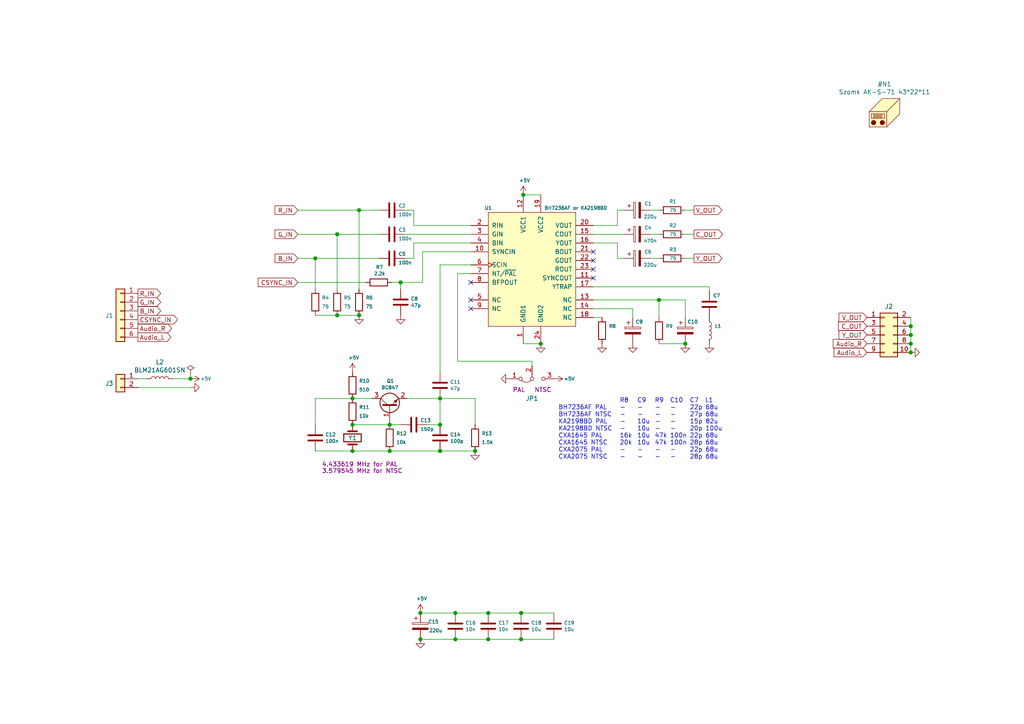
<source format=kicad_sch>
(kicad_sch (version 20210406) (generator eeschema)

  (uuid b5bdea5f-d37f-4463-b6ac-c8b79446d60f)

  (paper "A4")

  (title_block
    (title "RGB to SVideo converter")
    (date "2021-09-04")
    (rev "A1")
  )

  (lib_symbols
    (symbol "Connector_Generic:Conn_01x02" (pin_names (offset 1.016) hide) (in_bom yes) (on_board yes)
      (property "Reference" "J" (id 0) (at 0 2.54 0)
        (effects (font (size 1.27 1.27)))
      )
      (property "Value" "Conn_01x02" (id 1) (at 0 -5.08 0)
        (effects (font (size 1.27 1.27)))
      )
      (property "Footprint" "" (id 2) (at 0 0 0)
        (effects (font (size 1.27 1.27)) hide)
      )
      (property "Datasheet" "~" (id 3) (at 0 0 0)
        (effects (font (size 1.27 1.27)) hide)
      )
      (property "ki_keywords" "connector" (id 4) (at 0 0 0)
        (effects (font (size 1.27 1.27)) hide)
      )
      (property "ki_description" "Generic connector, single row, 01x02, script generated (kicad-library-utils/schlib/autogen/connector/)" (id 5) (at 0 0 0)
        (effects (font (size 1.27 1.27)) hide)
      )
      (property "ki_fp_filters" "Connector*:*_1x??_*" (id 6) (at 0 0 0)
        (effects (font (size 1.27 1.27)) hide)
      )
      (symbol "Conn_01x02_1_1"
        (rectangle (start -1.27 -2.413) (end 0 -2.667)
          (stroke (width 0.1524)) (fill (type none))
        )
        (rectangle (start -1.27 0.127) (end 0 -0.127)
          (stroke (width 0.1524)) (fill (type none))
        )
        (rectangle (start -1.27 1.27) (end 1.27 -3.81)
          (stroke (width 0.254)) (fill (type background))
        )
        (pin passive line (at -5.08 0 0) (length 3.81)
          (name "Pin_1" (effects (font (size 1.27 1.27))))
          (number "1" (effects (font (size 1.27 1.27))))
        )
        (pin passive line (at -5.08 -2.54 0) (length 3.81)
          (name "Pin_2" (effects (font (size 1.27 1.27))))
          (number "2" (effects (font (size 1.27 1.27))))
        )
      )
    )
    (symbol "Connector_Generic:Conn_01x06" (pin_names (offset 1.016) hide) (in_bom yes) (on_board yes)
      (property "Reference" "J" (id 0) (at 0 7.62 0)
        (effects (font (size 1.27 1.27)))
      )
      (property "Value" "Conn_01x06" (id 1) (at 0 -10.16 0)
        (effects (font (size 1.27 1.27)))
      )
      (property "Footprint" "" (id 2) (at 0 0 0)
        (effects (font (size 1.27 1.27)) hide)
      )
      (property "Datasheet" "~" (id 3) (at 0 0 0)
        (effects (font (size 1.27 1.27)) hide)
      )
      (property "ki_keywords" "connector" (id 4) (at 0 0 0)
        (effects (font (size 1.27 1.27)) hide)
      )
      (property "ki_description" "Generic connector, single row, 01x06, script generated (kicad-library-utils/schlib/autogen/connector/)" (id 5) (at 0 0 0)
        (effects (font (size 1.27 1.27)) hide)
      )
      (property "ki_fp_filters" "Connector*:*_1x??_*" (id 6) (at 0 0 0)
        (effects (font (size 1.27 1.27)) hide)
      )
      (symbol "Conn_01x06_1_1"
        (rectangle (start -1.27 -7.493) (end 0 -7.747)
          (stroke (width 0.1524)) (fill (type none))
        )
        (rectangle (start -1.27 -4.953) (end 0 -5.207)
          (stroke (width 0.1524)) (fill (type none))
        )
        (rectangle (start -1.27 -2.413) (end 0 -2.667)
          (stroke (width 0.1524)) (fill (type none))
        )
        (rectangle (start -1.27 0.127) (end 0 -0.127)
          (stroke (width 0.1524)) (fill (type none))
        )
        (rectangle (start -1.27 2.667) (end 0 2.413)
          (stroke (width 0.1524)) (fill (type none))
        )
        (rectangle (start -1.27 5.207) (end 0 4.953)
          (stroke (width 0.1524)) (fill (type none))
        )
        (rectangle (start -1.27 6.35) (end 1.27 -8.89)
          (stroke (width 0.254)) (fill (type background))
        )
        (pin passive line (at -5.08 5.08 0) (length 3.81)
          (name "Pin_1" (effects (font (size 1.27 1.27))))
          (number "1" (effects (font (size 1.27 1.27))))
        )
        (pin passive line (at -5.08 2.54 0) (length 3.81)
          (name "Pin_2" (effects (font (size 1.27 1.27))))
          (number "2" (effects (font (size 1.27 1.27))))
        )
        (pin passive line (at -5.08 0 0) (length 3.81)
          (name "Pin_3" (effects (font (size 1.27 1.27))))
          (number "3" (effects (font (size 1.27 1.27))))
        )
        (pin passive line (at -5.08 -2.54 0) (length 3.81)
          (name "Pin_4" (effects (font (size 1.27 1.27))))
          (number "4" (effects (font (size 1.27 1.27))))
        )
        (pin passive line (at -5.08 -5.08 0) (length 3.81)
          (name "Pin_5" (effects (font (size 1.27 1.27))))
          (number "5" (effects (font (size 1.27 1.27))))
        )
        (pin passive line (at -5.08 -7.62 0) (length 3.81)
          (name "Pin_6" (effects (font (size 1.27 1.27))))
          (number "6" (effects (font (size 1.27 1.27))))
        )
      )
    )
    (symbol "Connector_Generic:Conn_02x05_Odd_Even" (pin_names (offset 1.016) hide) (in_bom yes) (on_board yes)
      (property "Reference" "J" (id 0) (at 1.27 7.62 0)
        (effects (font (size 1.27 1.27)))
      )
      (property "Value" "Conn_02x05_Odd_Even" (id 1) (at 1.27 -7.62 0)
        (effects (font (size 1.27 1.27)))
      )
      (property "Footprint" "" (id 2) (at 0 0 0)
        (effects (font (size 1.27 1.27)) hide)
      )
      (property "Datasheet" "~" (id 3) (at 0 0 0)
        (effects (font (size 1.27 1.27)) hide)
      )
      (property "ki_keywords" "connector" (id 4) (at 0 0 0)
        (effects (font (size 1.27 1.27)) hide)
      )
      (property "ki_description" "Generic connector, double row, 02x05, odd/even pin numbering scheme (row 1 odd numbers, row 2 even numbers), script generated (kicad-library-utils/schlib/autogen/connector/)" (id 5) (at 0 0 0)
        (effects (font (size 1.27 1.27)) hide)
      )
      (property "ki_fp_filters" "Connector*:*_2x??_*" (id 6) (at 0 0 0)
        (effects (font (size 1.27 1.27)) hide)
      )
      (symbol "Conn_02x05_Odd_Even_1_1"
        (rectangle (start -1.27 -4.953) (end 0 -5.207)
          (stroke (width 0.1524)) (fill (type none))
        )
        (rectangle (start -1.27 -2.413) (end 0 -2.667)
          (stroke (width 0.1524)) (fill (type none))
        )
        (rectangle (start -1.27 0.127) (end 0 -0.127)
          (stroke (width 0.1524)) (fill (type none))
        )
        (rectangle (start -1.27 2.667) (end 0 2.413)
          (stroke (width 0.1524)) (fill (type none))
        )
        (rectangle (start -1.27 5.207) (end 0 4.953)
          (stroke (width 0.1524)) (fill (type none))
        )
        (rectangle (start 3.81 -4.953) (end 2.54 -5.207)
          (stroke (width 0.1524)) (fill (type none))
        )
        (rectangle (start 3.81 -2.413) (end 2.54 -2.667)
          (stroke (width 0.1524)) (fill (type none))
        )
        (rectangle (start 3.81 0.127) (end 2.54 -0.127)
          (stroke (width 0.1524)) (fill (type none))
        )
        (rectangle (start 3.81 2.667) (end 2.54 2.413)
          (stroke (width 0.1524)) (fill (type none))
        )
        (rectangle (start 3.81 5.207) (end 2.54 4.953)
          (stroke (width 0.1524)) (fill (type none))
        )
        (rectangle (start -1.27 6.35) (end 3.81 -6.35)
          (stroke (width 0.254)) (fill (type background))
        )
        (pin passive line (at -5.08 5.08 0) (length 3.81)
          (name "Pin_1" (effects (font (size 1.27 1.27))))
          (number "1" (effects (font (size 1.27 1.27))))
        )
        (pin passive line (at 7.62 -5.08 180) (length 3.81)
          (name "Pin_10" (effects (font (size 1.27 1.27))))
          (number "10" (effects (font (size 1.27 1.27))))
        )
        (pin passive line (at 7.62 5.08 180) (length 3.81)
          (name "Pin_2" (effects (font (size 1.27 1.27))))
          (number "2" (effects (font (size 1.27 1.27))))
        )
        (pin passive line (at -5.08 2.54 0) (length 3.81)
          (name "Pin_3" (effects (font (size 1.27 1.27))))
          (number "3" (effects (font (size 1.27 1.27))))
        )
        (pin passive line (at 7.62 2.54 180) (length 3.81)
          (name "Pin_4" (effects (font (size 1.27 1.27))))
          (number "4" (effects (font (size 1.27 1.27))))
        )
        (pin passive line (at -5.08 0 0) (length 3.81)
          (name "Pin_5" (effects (font (size 1.27 1.27))))
          (number "5" (effects (font (size 1.27 1.27))))
        )
        (pin passive line (at 7.62 0 180) (length 3.81)
          (name "Pin_6" (effects (font (size 1.27 1.27))))
          (number "6" (effects (font (size 1.27 1.27))))
        )
        (pin passive line (at -5.08 -2.54 0) (length 3.81)
          (name "Pin_7" (effects (font (size 1.27 1.27))))
          (number "7" (effects (font (size 1.27 1.27))))
        )
        (pin passive line (at 7.62 -2.54 180) (length 3.81)
          (name "Pin_8" (effects (font (size 1.27 1.27))))
          (number "8" (effects (font (size 1.27 1.27))))
        )
        (pin passive line (at -5.08 -5.08 0) (length 3.81)
          (name "Pin_9" (effects (font (size 1.27 1.27))))
          (number "9" (effects (font (size 1.27 1.27))))
        )
      )
    )
    (symbol "Device:C" (pin_numbers hide) (pin_names (offset 0.254)) (in_bom yes) (on_board yes)
      (property "Reference" "C" (id 0) (at 0.635 2.54 0)
        (effects (font (size 1.27 1.27)) (justify left))
      )
      (property "Value" "C" (id 1) (at 0.635 -2.54 0)
        (effects (font (size 1.27 1.27)) (justify left))
      )
      (property "Footprint" "" (id 2) (at 0.9652 -3.81 0)
        (effects (font (size 1.27 1.27)) hide)
      )
      (property "Datasheet" "~" (id 3) (at 0 0 0)
        (effects (font (size 1.27 1.27)) hide)
      )
      (property "ki_keywords" "cap capacitor" (id 4) (at 0 0 0)
        (effects (font (size 1.27 1.27)) hide)
      )
      (property "ki_description" "Unpolarized capacitor" (id 5) (at 0 0 0)
        (effects (font (size 1.27 1.27)) hide)
      )
      (property "ki_fp_filters" "C_*" (id 6) (at 0 0 0)
        (effects (font (size 1.27 1.27)) hide)
      )
      (symbol "C_0_1"
        (polyline
          (pts
            (xy -2.032 -0.762)
            (xy 2.032 -0.762)
          )
          (stroke (width 0.508)) (fill (type none))
        )
        (polyline
          (pts
            (xy -2.032 0.762)
            (xy 2.032 0.762)
          )
          (stroke (width 0.508)) (fill (type none))
        )
      )
      (symbol "C_1_1"
        (pin passive line (at 0 3.81 270) (length 2.794)
          (name "~" (effects (font (size 1.27 1.27))))
          (number "1" (effects (font (size 1.27 1.27))))
        )
        (pin passive line (at 0 -3.81 90) (length 2.794)
          (name "~" (effects (font (size 1.27 1.27))))
          (number "2" (effects (font (size 1.27 1.27))))
        )
      )
    )
    (symbol "Device:CP" (pin_numbers hide) (pin_names (offset 0.254)) (in_bom yes) (on_board yes)
      (property "Reference" "C" (id 0) (at 0.635 2.54 0)
        (effects (font (size 1.27 1.27)) (justify left))
      )
      (property "Value" "CP" (id 1) (at 0.635 -2.54 0)
        (effects (font (size 1.27 1.27)) (justify left))
      )
      (property "Footprint" "" (id 2) (at 0.9652 -3.81 0)
        (effects (font (size 1.27 1.27)) hide)
      )
      (property "Datasheet" "~" (id 3) (at 0 0 0)
        (effects (font (size 1.27 1.27)) hide)
      )
      (property "ki_keywords" "cap capacitor" (id 4) (at 0 0 0)
        (effects (font (size 1.27 1.27)) hide)
      )
      (property "ki_description" "Polarized capacitor" (id 5) (at 0 0 0)
        (effects (font (size 1.27 1.27)) hide)
      )
      (property "ki_fp_filters" "CP_*" (id 6) (at 0 0 0)
        (effects (font (size 1.27 1.27)) hide)
      )
      (symbol "CP_0_1"
        (rectangle (start -2.286 0.508) (end 2.286 1.016)
          (stroke (width 0)) (fill (type none))
        )
        (rectangle (start 2.286 -0.508) (end -2.286 -1.016)
          (stroke (width 0)) (fill (type outline))
        )
        (polyline
          (pts
            (xy -1.778 2.286)
            (xy -0.762 2.286)
          )
          (stroke (width 0)) (fill (type none))
        )
        (polyline
          (pts
            (xy -1.27 2.794)
            (xy -1.27 1.778)
          )
          (stroke (width 0)) (fill (type none))
        )
      )
      (symbol "CP_1_1"
        (pin passive line (at 0 3.81 270) (length 2.794)
          (name "~" (effects (font (size 1.27 1.27))))
          (number "1" (effects (font (size 1.27 1.27))))
        )
        (pin passive line (at 0 -3.81 90) (length 2.794)
          (name "~" (effects (font (size 1.27 1.27))))
          (number "2" (effects (font (size 1.27 1.27))))
        )
      )
    )
    (symbol "Device:Crystal" (pin_numbers hide) (pin_names (offset 1.016) hide) (in_bom yes) (on_board yes)
      (property "Reference" "Y" (id 0) (at 0 3.81 0)
        (effects (font (size 1.27 1.27)))
      )
      (property "Value" "Crystal" (id 1) (at 0 -3.81 0)
        (effects (font (size 1.27 1.27)))
      )
      (property "Footprint" "" (id 2) (at 0 0 0)
        (effects (font (size 1.27 1.27)) hide)
      )
      (property "Datasheet" "~" (id 3) (at 0 0 0)
        (effects (font (size 1.27 1.27)) hide)
      )
      (property "ki_keywords" "quartz ceramic resonator oscillator" (id 4) (at 0 0 0)
        (effects (font (size 1.27 1.27)) hide)
      )
      (property "ki_description" "Two pin crystal" (id 5) (at 0 0 0)
        (effects (font (size 1.27 1.27)) hide)
      )
      (property "ki_fp_filters" "Crystal*" (id 6) (at 0 0 0)
        (effects (font (size 1.27 1.27)) hide)
      )
      (symbol "Crystal_0_1"
        (rectangle (start -1.143 2.54) (end 1.143 -2.54)
          (stroke (width 0.3048)) (fill (type none))
        )
        (polyline
          (pts
            (xy -2.54 0)
            (xy -1.905 0)
          )
          (stroke (width 0)) (fill (type none))
        )
        (polyline
          (pts
            (xy -1.905 -1.27)
            (xy -1.905 1.27)
          )
          (stroke (width 0.508)) (fill (type none))
        )
        (polyline
          (pts
            (xy 1.905 -1.27)
            (xy 1.905 1.27)
          )
          (stroke (width 0.508)) (fill (type none))
        )
        (polyline
          (pts
            (xy 2.54 0)
            (xy 1.905 0)
          )
          (stroke (width 0)) (fill (type none))
        )
      )
      (symbol "Crystal_1_1"
        (pin passive line (at -3.81 0 0) (length 1.27)
          (name "1" (effects (font (size 1.27 1.27))))
          (number "1" (effects (font (size 1.27 1.27))))
        )
        (pin passive line (at 3.81 0 180) (length 1.27)
          (name "2" (effects (font (size 1.27 1.27))))
          (number "2" (effects (font (size 1.27 1.27))))
        )
      )
    )
    (symbol "Device:L" (pin_numbers hide) (pin_names (offset 1.016) hide) (in_bom yes) (on_board yes)
      (property "Reference" "L" (id 0) (at -1.27 0 90)
        (effects (font (size 1.27 1.27)))
      )
      (property "Value" "L" (id 1) (at 1.905 0 90)
        (effects (font (size 1.27 1.27)))
      )
      (property "Footprint" "" (id 2) (at 0 0 0)
        (effects (font (size 1.27 1.27)) hide)
      )
      (property "Datasheet" "~" (id 3) (at 0 0 0)
        (effects (font (size 1.27 1.27)) hide)
      )
      (property "ki_keywords" "inductor choke coil reactor magnetic" (id 4) (at 0 0 0)
        (effects (font (size 1.27 1.27)) hide)
      )
      (property "ki_description" "Inductor" (id 5) (at 0 0 0)
        (effects (font (size 1.27 1.27)) hide)
      )
      (property "ki_fp_filters" "Choke_* *Coil* Inductor_* L_*" (id 6) (at 0 0 0)
        (effects (font (size 1.27 1.27)) hide)
      )
      (symbol "L_0_1"
        (arc (start 0 -2.54) (end 0 -1.27) (radius (at 0 -1.905) (length 0.635) (angles -89.9 89.9))
          (stroke (width 0)) (fill (type none))
        )
        (arc (start 0 -1.27) (end 0 0) (radius (at 0 -0.635) (length 0.635) (angles -89.9 89.9))
          (stroke (width 0)) (fill (type none))
        )
        (arc (start 0 0) (end 0 1.27) (radius (at 0 0.635) (length 0.635) (angles -89.9 89.9))
          (stroke (width 0)) (fill (type none))
        )
        (arc (start 0 1.27) (end 0 2.54) (radius (at 0 1.905) (length 0.635) (angles -89.9 89.9))
          (stroke (width 0)) (fill (type none))
        )
      )
      (symbol "L_1_1"
        (pin passive line (at 0 3.81 270) (length 1.27)
          (name "1" (effects (font (size 1.27 1.27))))
          (number "1" (effects (font (size 1.27 1.27))))
        )
        (pin passive line (at 0 -3.81 90) (length 1.27)
          (name "2" (effects (font (size 1.27 1.27))))
          (number "2" (effects (font (size 1.27 1.27))))
        )
      )
    )
    (symbol "Device:R" (pin_numbers hide) (pin_names (offset 0)) (in_bom yes) (on_board yes)
      (property "Reference" "R" (id 0) (at 2.032 0 90)
        (effects (font (size 1.27 1.27)))
      )
      (property "Value" "R" (id 1) (at 0 0 90)
        (effects (font (size 1.27 1.27)))
      )
      (property "Footprint" "" (id 2) (at -1.778 0 90)
        (effects (font (size 1.27 1.27)) hide)
      )
      (property "Datasheet" "~" (id 3) (at 0 0 0)
        (effects (font (size 1.27 1.27)) hide)
      )
      (property "ki_keywords" "R res resistor" (id 4) (at 0 0 0)
        (effects (font (size 1.27 1.27)) hide)
      )
      (property "ki_description" "Resistor" (id 5) (at 0 0 0)
        (effects (font (size 1.27 1.27)) hide)
      )
      (property "ki_fp_filters" "R_*" (id 6) (at 0 0 0)
        (effects (font (size 1.27 1.27)) hide)
      )
      (symbol "R_0_1"
        (rectangle (start -1.016 -2.54) (end 1.016 2.54)
          (stroke (width 0.254)) (fill (type none))
        )
      )
      (symbol "R_1_1"
        (pin passive line (at 0 3.81 270) (length 1.27)
          (name "~" (effects (font (size 1.27 1.27))))
          (number "1" (effects (font (size 1.27 1.27))))
        )
        (pin passive line (at 0 -3.81 90) (length 1.27)
          (name "~" (effects (font (size 1.27 1.27))))
          (number "2" (effects (font (size 1.27 1.27))))
        )
      )
    )
    (symbol "Jumper:Jumper_3_Bridged12" (pin_names (offset 0) hide) (in_bom yes) (on_board yes)
      (property "Reference" "JP" (id 0) (at -2.54 -2.54 0)
        (effects (font (size 1.27 1.27)))
      )
      (property "Value" "Jumper_3_Bridged12" (id 1) (at 0 2.794 0)
        (effects (font (size 1.27 1.27)))
      )
      (property "Footprint" "" (id 2) (at 0 0 0)
        (effects (font (size 1.27 1.27)) hide)
      )
      (property "Datasheet" "~" (id 3) (at 0 0 0)
        (effects (font (size 1.27 1.27)) hide)
      )
      (property "ki_keywords" "Jumper SPDT" (id 4) (at 0 0 0)
        (effects (font (size 1.27 1.27)) hide)
      )
      (property "ki_description" "Jumper, 3-pole, pins 1+2 closed/bridged" (id 5) (at 0 0 0)
        (effects (font (size 1.27 1.27)) hide)
      )
      (property "ki_fp_filters" "SolderJumper*Bridged12*" (id 6) (at 0 0 0)
        (effects (font (size 1.27 1.27)) hide)
      )
      (symbol "Jumper_3_Bridged12_0_0"
        (circle (center -3.302 0) (radius 0.508) (stroke (width 0)) (fill (type none)))
        (circle (center 0 0) (radius 0.508) (stroke (width 0)) (fill (type none)))
        (circle (center 3.302 0) (radius 0.508) (stroke (width 0)) (fill (type none)))
      )
      (symbol "Jumper_3_Bridged12_0_1"
        (arc (start -3.048 0.508) (end -0.254 0.508) (radius (at -1.651 -1.27) (length 2.2606) (angles 128.2 51.8))
          (stroke (width 0)) (fill (type none))
        )
        (polyline
          (pts
            (xy 0 -1.27)
            (xy 0 -0.508)
          )
          (stroke (width 0)) (fill (type none))
        )
      )
      (symbol "Jumper_3_Bridged12_1_1"
        (pin passive line (at -6.35 0 0) (length 2.54)
          (name "A" (effects (font (size 1.27 1.27))))
          (number "1" (effects (font (size 1.27 1.27))))
        )
        (pin input line (at 0 -3.81 90) (length 2.54)
          (name "C" (effects (font (size 1.27 1.27))))
          (number "2" (effects (font (size 1.27 1.27))))
        )
        (pin passive line (at 6.35 0 180) (length 2.54)
          (name "B" (effects (font (size 1.27 1.27))))
          (number "3" (effects (font (size 1.27 1.27))))
        )
      )
    )
    (symbol "Mechanical:Housing" (pin_names (offset 1.016)) (in_bom yes) (on_board yes)
      (property "Reference" "N" (id 0) (at 3.81 0 0)
        (effects (font (size 1.27 1.27)) (justify left))
      )
      (property "Value" "Housing" (id 1) (at 3.81 -1.905 0)
        (effects (font (size 1.27 1.27)) (justify left))
      )
      (property "Footprint" "" (id 2) (at 1.27 1.27 0)
        (effects (font (size 1.27 1.27)) hide)
      )
      (property "Datasheet" "~" (id 3) (at 1.27 1.27 0)
        (effects (font (size 1.27 1.27)) hide)
      )
      (property "ki_keywords" "housing enclosure" (id 4) (at 0 0 0)
        (effects (font (size 1.27 1.27)) hide)
      )
      (property "ki_description" "Housing" (id 5) (at 0 0 0)
        (effects (font (size 1.27 1.27)) hide)
      )
      (property "ki_fp_filters" "Enclosure* Housing*" (id 6) (at 0 0 0)
        (effects (font (size 1.27 1.27)) hide)
      )
      (symbol "Housing_0_1"
        (circle (center -4.445 -3.175) (radius 0.635) (stroke (width 0)) (fill (type outline)))
        (circle (center -1.905 -3.175) (radius 0.635) (stroke (width 0)) (fill (type outline)))
        (rectangle (start -5.08 -0.635) (end -1.27 -1.905)
          (stroke (width 0)) (fill (type none))
        )
        (polyline
          (pts
            (xy -4.5212 -1.5748)
            (xy -4.4704 -1.3716)
          )
          (stroke (width 0)) (fill (type none))
        )
        (polyline
          (pts
            (xy -4.4196 -1.6764)
            (xy -4.064 -1.6764)
          )
          (stroke (width 0)) (fill (type none))
        )
        (polyline
          (pts
            (xy -4.4196 -1.2192)
            (xy -4.3688 -0.9652)
          )
          (stroke (width 0)) (fill (type none))
        )
        (polyline
          (pts
            (xy -4.318 -1.3208)
            (xy -4.0132 -1.3208)
          )
          (stroke (width 0)) (fill (type none))
        )
        (polyline
          (pts
            (xy -4.2164 -0.9144)
            (xy -3.9116 -0.9144)
          )
          (stroke (width 0)) (fill (type none))
        )
        (polyline
          (pts
            (xy -3.9116 -1.6256)
            (xy -3.8608 -1.3716)
          )
          (stroke (width 0)) (fill (type none))
        )
        (polyline
          (pts
            (xy -3.81 -1.2192)
            (xy -3.7592 -0.9652)
          )
          (stroke (width 0)) (fill (type none))
        )
        (polyline
          (pts
            (xy -3.6068 -1.5748)
            (xy -3.556 -1.3716)
          )
          (stroke (width 0)) (fill (type none))
        )
        (polyline
          (pts
            (xy -3.5052 -1.6764)
            (xy -3.1496 -1.6764)
          )
          (stroke (width 0)) (fill (type none))
        )
        (polyline
          (pts
            (xy -3.5052 -1.2192)
            (xy -3.4544 -0.9652)
          )
          (stroke (width 0)) (fill (type none))
        )
        (polyline
          (pts
            (xy -3.4036 -1.3208)
            (xy -3.0988 -1.3208)
          )
          (stroke (width 0)) (fill (type none))
        )
        (polyline
          (pts
            (xy -3.302 -0.9144)
            (xy -2.9972 -0.9144)
          )
          (stroke (width 0)) (fill (type none))
        )
        (polyline
          (pts
            (xy -2.9972 -1.6256)
            (xy -2.9464 -1.3716)
          )
          (stroke (width 0)) (fill (type none))
        )
        (polyline
          (pts
            (xy -2.8956 -1.2192)
            (xy -2.8448 -0.9652)
          )
          (stroke (width 0)) (fill (type none))
        )
        (polyline
          (pts
            (xy -2.6924 -1.5748)
            (xy -2.6416 -1.3716)
          )
          (stroke (width 0)) (fill (type none))
        )
        (polyline
          (pts
            (xy -2.5908 -1.6764)
            (xy -2.2352 -1.6764)
          )
          (stroke (width 0)) (fill (type none))
        )
        (polyline
          (pts
            (xy -2.5908 -1.2192)
            (xy -2.54 -0.9652)
          )
          (stroke (width 0)) (fill (type none))
        )
        (polyline
          (pts
            (xy -2.4892 -1.3208)
            (xy -2.1844 -1.3208)
          )
          (stroke (width 0)) (fill (type none))
        )
        (polyline
          (pts
            (xy -2.3876 -0.9144)
            (xy -2.0828 -0.9144)
          )
          (stroke (width 0)) (fill (type none))
        )
        (polyline
          (pts
            (xy -2.0828 -1.6256)
            (xy -2.032 -1.3716)
          )
          (stroke (width 0)) (fill (type none))
        )
        (polyline
          (pts
            (xy -1.9812 -1.2192)
            (xy -1.9304 -0.9652)
          )
          (stroke (width 0)) (fill (type none))
        )
        (polyline
          (pts
            (xy -0.635 0)
            (xy -0.635 -4.445)
          )
          (stroke (width 0)) (fill (type none))
        )
        (polyline
          (pts
            (xy -5.715 0)
            (xy -0.635 0)
            (xy 3.175 3.81)
          )
          (stroke (width 0)) (fill (type none))
        )
        (polyline
          (pts
            (xy -5.715 0)
            (xy -5.715 -4.445)
            (xy -0.635 -4.445)
            (xy 3.175 -0.635)
            (xy 3.175 3.81)
            (xy -1.905 3.81)
            (xy -5.715 0)
          )
          (stroke (width 0)) (fill (type background))
        )
      )
    )
    (symbol "Transistor_BJT:BC847" (pin_names (offset 0) hide) (in_bom yes) (on_board yes)
      (property "Reference" "Q" (id 0) (at 5.08 1.905 0)
        (effects (font (size 1.27 1.27)) (justify left))
      )
      (property "Value" "BC847" (id 1) (at 5.08 0 0)
        (effects (font (size 1.27 1.27)) (justify left))
      )
      (property "Footprint" "Package_TO_SOT_SMD:SOT-23" (id 2) (at 5.08 -1.905 0)
        (effects (font (size 1.27 1.27) italic) (justify left) hide)
      )
      (property "Datasheet" "http://www.infineon.com/dgdl/Infineon-BC847SERIES_BC848SERIES_BC849SERIES_BC850SERIES-DS-v01_01-en.pdf?fileId=db3a304314dca389011541d4630a1657" (id 3) (at 0 0 0)
        (effects (font (size 1.27 1.27)) (justify left) hide)
      )
      (property "ki_keywords" "NPN Small Signal Transistor" (id 4) (at 0 0 0)
        (effects (font (size 1.27 1.27)) hide)
      )
      (property "ki_description" "0.1A Ic, 45V Vce, NPN Transistor, SOT-23" (id 5) (at 0 0 0)
        (effects (font (size 1.27 1.27)) hide)
      )
      (property "ki_fp_filters" "SOT?23*" (id 6) (at 0 0 0)
        (effects (font (size 1.27 1.27)) hide)
      )
      (symbol "BC847_0_1"
        (circle (center 1.27 0) (radius 2.8194) (stroke (width 0.254)) (fill (type none)))
        (polyline
          (pts
            (xy 0.635 0.635)
            (xy 2.54 2.54)
          )
          (stroke (width 0)) (fill (type none))
        )
        (polyline
          (pts
            (xy 0.635 -0.635)
            (xy 2.54 -2.54)
            (xy 2.54 -2.54)
          )
          (stroke (width 0)) (fill (type none))
        )
        (polyline
          (pts
            (xy 0.635 1.905)
            (xy 0.635 -1.905)
            (xy 0.635 -1.905)
          )
          (stroke (width 0.508)) (fill (type none))
        )
        (polyline
          (pts
            (xy 1.27 -1.778)
            (xy 1.778 -1.27)
            (xy 2.286 -2.286)
            (xy 1.27 -1.778)
            (xy 1.27 -1.778)
          )
          (stroke (width 0)) (fill (type outline))
        )
      )
      (symbol "BC847_1_1"
        (pin input line (at -5.08 0 0) (length 5.715)
          (name "B" (effects (font (size 1.27 1.27))))
          (number "1" (effects (font (size 1.27 1.27))))
        )
        (pin passive line (at 2.54 -5.08 90) (length 2.54)
          (name "E" (effects (font (size 1.27 1.27))))
          (number "2" (effects (font (size 1.27 1.27))))
        )
        (pin passive line (at 2.54 5.08 270) (length 2.54)
          (name "C" (effects (font (size 1.27 1.27))))
          (number "3" (effects (font (size 1.27 1.27))))
        )
      )
    )
    (symbol "my:BH7236AF" (pin_names (offset 1.016)) (in_bom yes) (on_board yes)
      (property "Reference" "U" (id 0) (at -11.43 17.78 0)
        (effects (font (size 0.9906 0.9906)))
      )
      (property "Value" "BH7236AF" (id 1) (at 7.62 17.78 0)
        (effects (font (size 0.9906 0.9906)))
      )
      (property "Footprint" "" (id 2) (at -2.54 17.78 0)
        (effects (font (size 0.9906 0.9906)) hide)
      )
      (property "Datasheet" "" (id 3) (at -2.54 17.78 0)
        (effects (font (size 0.9906 0.9906)) hide)
      )
      (property "ki_fp_filters" "Package_SO:SOP-24_7.5x15.4mm_P1.27mm" (id 4) (at 0 0 0)
        (effects (font (size 1.27 1.27)) hide)
      )
      (symbol "BH7236AF_0_0"
        (pin power_in line (at -2.54 -21.59 90) (length 5.08)
          (name "GND1" (effects (font (size 1.27 1.27))))
          (number "1" (effects (font (size 1.27 1.27))))
        )
        (pin input line (at -17.78 5.08 0) (length 5.08)
          (name "SYNCIN" (effects (font (size 1.27 1.27))))
          (number "10" (effects (font (size 1.27 1.27))))
        )
        (pin output line (at 17.78 -2.54 180) (length 5.08)
          (name "SYNCOUT" (effects (font (size 1.27 1.27))))
          (number "11" (effects (font (size 1.27 1.27))))
        )
        (pin power_in line (at -2.54 21.59 270) (length 5.08)
          (name "VCC1" (effects (font (size 1.27 1.27))))
          (number "12" (effects (font (size 1.27 1.27))))
        )
        (pin unspecified line (at 17.78 -8.89 180) (length 5.08)
          (name "NC" (effects (font (size 1.27 1.27))))
          (number "13" (effects (font (size 1.27 1.27))))
        )
        (pin unspecified line (at 17.78 -11.43 180) (length 5.08)
          (name "NC" (effects (font (size 1.27 1.27))))
          (number "14" (effects (font (size 1.27 1.27))))
        )
        (pin output line (at 17.78 10.16 180) (length 5.08)
          (name "COUT" (effects (font (size 1.27 1.27))))
          (number "15" (effects (font (size 1.27 1.27))))
        )
        (pin output line (at 17.78 7.62 180) (length 5.08)
          (name "YOUT" (effects (font (size 1.27 1.27))))
          (number "16" (effects (font (size 1.27 1.27))))
        )
        (pin output line (at 17.78 -5.08 180) (length 5.08)
          (name "YTRAP" (effects (font (size 1.27 1.27))))
          (number "17" (effects (font (size 1.27 1.27))))
        )
        (pin unspecified line (at 17.78 -13.97 180) (length 5.08)
          (name "NC" (effects (font (size 1.27 1.27))))
          (number "18" (effects (font (size 1.27 1.27))))
        )
        (pin power_in line (at 2.54 21.59 270) (length 5.08)
          (name "VCC2" (effects (font (size 1.27 1.27))))
          (number "19" (effects (font (size 1.27 1.27))))
        )
        (pin input line (at -17.78 12.7 0) (length 5.08)
          (name "RIN" (effects (font (size 1.27 1.27))))
          (number "2" (effects (font (size 1.27 1.27))))
        )
        (pin output line (at 17.78 12.7 180) (length 5.08)
          (name "VOUT" (effects (font (size 1.27 1.27))))
          (number "20" (effects (font (size 1.27 1.27))))
        )
        (pin output line (at 17.78 5.08 180) (length 5.08)
          (name "BOUT" (effects (font (size 1.27 1.27))))
          (number "21" (effects (font (size 1.27 1.27))))
        )
        (pin output line (at 17.78 2.54 180) (length 5.08)
          (name "GOUT" (effects (font (size 1.27 1.27))))
          (number "22" (effects (font (size 1.27 1.27))))
        )
        (pin output line (at 17.78 0 180) (length 5.08)
          (name "ROUT" (effects (font (size 1.27 1.27))))
          (number "23" (effects (font (size 1.27 1.27))))
        )
        (pin power_in line (at 2.54 -21.59 90) (length 5.08)
          (name "GND2" (effects (font (size 1.27 1.27))))
          (number "24" (effects (font (size 1.27 1.27))))
        )
        (pin input line (at -17.78 10.16 0) (length 5.08)
          (name "GIN" (effects (font (size 1.27 1.27))))
          (number "3" (effects (font (size 1.27 1.27))))
        )
        (pin input line (at -17.78 7.62 0) (length 5.08)
          (name "BIN" (effects (font (size 1.27 1.27))))
          (number "4" (effects (font (size 1.27 1.27))))
        )
        (pin unspecified line (at -17.78 -8.89 0) (length 5.08)
          (name "NC" (effects (font (size 1.27 1.27))))
          (number "5" (effects (font (size 1.27 1.27))))
        )
        (pin input clock (at -17.78 1.27 0) (length 5.08)
          (name "SCIN" (effects (font (size 1.27 1.27))))
          (number "6" (effects (font (size 1.27 1.27))))
        )
        (pin input line (at -17.78 -1.27 0) (length 5.08)
          (name "NT/~PAL~" (effects (font (size 1.27 1.27))))
          (number "7" (effects (font (size 1.27 1.27))))
        )
        (pin output line (at -17.78 -3.81 0) (length 5.08)
          (name "BFPOUT" (effects (font (size 1.27 1.27))))
          (number "8" (effects (font (size 1.27 1.27))))
        )
        (pin unspecified line (at -17.78 -11.43 0) (length 5.08)
          (name "NC" (effects (font (size 1.27 1.27))))
          (number "9" (effects (font (size 1.27 1.27))))
        )
      )
      (symbol "BH7236AF_0_1"
        (rectangle (start 12.7 16.51) (end -12.7 -16.51)
          (stroke (width 0)) (fill (type background))
        )
      )
    )
    (symbol "power:+5V" (power) (pin_names (offset 0)) (in_bom yes) (on_board yes)
      (property "Reference" "#PWR" (id 0) (at 0 -3.81 0)
        (effects (font (size 1.27 1.27)) hide)
      )
      (property "Value" "+5V" (id 1) (at 0 3.556 0)
        (effects (font (size 1.27 1.27)))
      )
      (property "Footprint" "" (id 2) (at 0 0 0)
        (effects (font (size 1.27 1.27)) hide)
      )
      (property "Datasheet" "" (id 3) (at 0 0 0)
        (effects (font (size 1.27 1.27)) hide)
      )
      (property "ki_keywords" "power-flag" (id 4) (at 0 0 0)
        (effects (font (size 1.27 1.27)) hide)
      )
      (property "ki_description" "Power symbol creates a global label with name \"+5V\"" (id 5) (at 0 0 0)
        (effects (font (size 1.27 1.27)) hide)
      )
      (symbol "+5V_0_1"
        (polyline
          (pts
            (xy -0.762 1.27)
            (xy 0 2.54)
          )
          (stroke (width 0)) (fill (type none))
        )
        (polyline
          (pts
            (xy 0 0)
            (xy 0 2.54)
          )
          (stroke (width 0)) (fill (type none))
        )
        (polyline
          (pts
            (xy 0 2.54)
            (xy 0.762 1.27)
          )
          (stroke (width 0)) (fill (type none))
        )
      )
      (symbol "+5V_1_1"
        (pin power_in line (at 0 0 90) (length 0) hide
          (name "+5V" (effects (font (size 1.27 1.27))))
          (number "1" (effects (font (size 1.27 1.27))))
        )
      )
    )
    (symbol "power:GND" (power) (pin_names (offset 0)) (in_bom yes) (on_board yes)
      (property "Reference" "#PWR" (id 0) (at 0 -6.35 0)
        (effects (font (size 1.27 1.27)) hide)
      )
      (property "Value" "GND" (id 1) (at 0 -3.81 0)
        (effects (font (size 1.27 1.27)))
      )
      (property "Footprint" "" (id 2) (at 0 0 0)
        (effects (font (size 1.27 1.27)) hide)
      )
      (property "Datasheet" "" (id 3) (at 0 0 0)
        (effects (font (size 1.27 1.27)) hide)
      )
      (property "ki_keywords" "power-flag" (id 4) (at 0 0 0)
        (effects (font (size 1.27 1.27)) hide)
      )
      (property "ki_description" "Power symbol creates a global label with name \"GND\" , ground" (id 5) (at 0 0 0)
        (effects (font (size 1.27 1.27)) hide)
      )
      (symbol "GND_0_1"
        (polyline
          (pts
            (xy 0 0)
            (xy 0 -1.27)
            (xy 1.27 -1.27)
            (xy 0 -2.54)
            (xy -1.27 -1.27)
            (xy 0 -1.27)
          )
          (stroke (width 0)) (fill (type none))
        )
      )
      (symbol "GND_1_1"
        (pin power_in line (at 0 0 270) (length 0) hide
          (name "GND" (effects (font (size 1.27 1.27))))
          (number "1" (effects (font (size 1.27 1.27))))
        )
      )
    )
    (symbol "power:PWR_FLAG" (power) (pin_numbers hide) (pin_names (offset 0) hide) (in_bom yes) (on_board yes)
      (property "Reference" "#FLG" (id 0) (at 0 1.905 0)
        (effects (font (size 1.27 1.27)) hide)
      )
      (property "Value" "PWR_FLAG" (id 1) (at 0 3.81 0)
        (effects (font (size 1.27 1.27)))
      )
      (property "Footprint" "" (id 2) (at 0 0 0)
        (effects (font (size 1.27 1.27)) hide)
      )
      (property "Datasheet" "~" (id 3) (at 0 0 0)
        (effects (font (size 1.27 1.27)) hide)
      )
      (property "ki_keywords" "power-flag" (id 4) (at 0 0 0)
        (effects (font (size 1.27 1.27)) hide)
      )
      (property "ki_description" "Special symbol for telling ERC where power comes from" (id 5) (at 0 0 0)
        (effects (font (size 1.27 1.27)) hide)
      )
      (symbol "PWR_FLAG_0_0"
        (pin power_out line (at 0 0 90) (length 0)
          (name "pwr" (effects (font (size 1.27 1.27))))
          (number "1" (effects (font (size 1.27 1.27))))
        )
      )
      (symbol "PWR_FLAG_0_1"
        (polyline
          (pts
            (xy 0 0)
            (xy 0 1.27)
            (xy -1.016 1.905)
            (xy 0 2.54)
            (xy 1.016 1.905)
            (xy 0 1.27)
          )
          (stroke (width 0)) (fill (type none))
        )
      )
    )
  )

  (junction (at 55.245 109.855) (diameter 1.016) (color 0 0 0 0))
  (junction (at 91.44 74.93) (diameter 1.016) (color 0 0 0 0))
  (junction (at 97.79 67.945) (diameter 1.016) (color 0 0 0 0))
  (junction (at 97.79 91.44) (diameter 1.016) (color 0 0 0 0))
  (junction (at 102.235 115.57) (diameter 1.016) (color 0 0 0 0))
  (junction (at 102.235 123.19) (diameter 1.016) (color 0 0 0 0))
  (junction (at 102.235 130.81) (diameter 1.016) (color 0 0 0 0))
  (junction (at 104.14 60.96) (diameter 1.016) (color 0 0 0 0))
  (junction (at 104.14 91.44) (diameter 1.016) (color 0 0 0 0))
  (junction (at 113.03 123.19) (diameter 1.016) (color 0 0 0 0))
  (junction (at 113.03 130.81) (diameter 1.016) (color 0 0 0 0))
  (junction (at 116.205 81.915) (diameter 1.016) (color 0 0 0 0))
  (junction (at 121.92 177.8) (diameter 1.016) (color 0 0 0 0))
  (junction (at 121.92 185.42) (diameter 1.016) (color 0 0 0 0))
  (junction (at 127.635 115.57) (diameter 1.016) (color 0 0 0 0))
  (junction (at 127.635 123.19) (diameter 1.016) (color 0 0 0 0))
  (junction (at 127.635 130.81) (diameter 1.016) (color 0 0 0 0))
  (junction (at 132.08 177.8) (diameter 1.016) (color 0 0 0 0))
  (junction (at 132.08 185.42) (diameter 1.016) (color 0 0 0 0))
  (junction (at 137.795 130.81) (diameter 1.016) (color 0 0 0 0))
  (junction (at 141.605 177.8) (diameter 1.016) (color 0 0 0 0))
  (junction (at 141.605 185.42) (diameter 1.016) (color 0 0 0 0))
  (junction (at 151.13 177.8) (diameter 1.016) (color 0 0 0 0))
  (junction (at 151.13 185.42) (diameter 1.016) (color 0 0 0 0))
  (junction (at 151.765 56.515) (diameter 1.016) (color 0 0 0 0))
  (junction (at 156.845 99.695) (diameter 1.016) (color 0 0 0 0))
  (junction (at 191.135 86.995) (diameter 1.016) (color 0 0 0 0))
  (junction (at 198.755 99.695) (diameter 1.016) (color 0 0 0 0))
  (junction (at 264.16 94.615) (diameter 1.016) (color 0 0 0 0))
  (junction (at 264.16 97.155) (diameter 1.016) (color 0 0 0 0))
  (junction (at 264.16 99.695) (diameter 1.016) (color 0 0 0 0))
  (junction (at 264.16 102.235) (diameter 1.016) (color 0 0 0 0))

  (no_connect (at 136.525 81.915) (uuid a3ca411c-2d15-4f59-94d1-95d780d31625))
  (no_connect (at 136.525 86.995) (uuid faeeb892-35a2-446e-a5e4-73ca2eba3b48))
  (no_connect (at 136.525 89.535) (uuid c05d45de-72ca-4968-b443-cee81ac751a9))
  (no_connect (at 172.085 73.025) (uuid b90c1b44-7628-42d0-9e65-779520b32dbb))
  (no_connect (at 172.085 75.565) (uuid af616fbf-365d-4ed7-80f9-e64b9c109699))
  (no_connect (at 172.085 78.105) (uuid c493319d-f0c1-422f-a110-1729f34aecf7))
  (no_connect (at 172.085 80.645) (uuid 522fe807-eaa9-4877-ab1d-2714aac55b8f))

  (wire (pts (xy 40.005 109.855) (xy 42.545 109.855))
    (stroke (width 0) (type solid) (color 0 0 0 0))
    (uuid 0018a0bd-85cc-4b1e-a5cb-65649df2f822)
  )
  (wire (pts (xy 40.005 112.395) (xy 55.245 112.395))
    (stroke (width 0) (type solid) (color 0 0 0 0))
    (uuid bb88f102-0fd9-4ee1-b967-63c65e0abe10)
  )
  (wire (pts (xy 55.245 109.855) (xy 50.165 109.855))
    (stroke (width 0) (type solid) (color 0 0 0 0))
    (uuid 67decc29-8792-460a-80f3-62bb82db1d5b)
  )
  (wire (pts (xy 55.245 109.855) (xy 55.245 108.585))
    (stroke (width 0) (type solid) (color 0 0 0 0))
    (uuid d1510ce9-652f-4233-a20e-70f52cdee525)
  )
  (wire (pts (xy 86.36 60.96) (xy 104.14 60.96))
    (stroke (width 0) (type solid) (color 0 0 0 0))
    (uuid 1659124f-4093-4067-a1f2-7412712e5415)
  )
  (wire (pts (xy 86.36 67.945) (xy 97.79 67.945))
    (stroke (width 0) (type solid) (color 0 0 0 0))
    (uuid d436e34a-329d-499a-8779-351ad364e7ad)
  )
  (wire (pts (xy 86.36 74.93) (xy 91.44 74.93))
    (stroke (width 0) (type solid) (color 0 0 0 0))
    (uuid 03c3f97f-d123-40cb-8fe8-c0545b69a3d6)
  )
  (wire (pts (xy 91.44 74.93) (xy 109.855 74.93))
    (stroke (width 0) (type solid) (color 0 0 0 0))
    (uuid 767f7f37-50f3-4eb5-a233-e06481e59b0a)
  )
  (wire (pts (xy 91.44 83.82) (xy 91.44 74.93))
    (stroke (width 0) (type solid) (color 0 0 0 0))
    (uuid 5f7ec630-504e-42ce-b62c-57c65889d3b2)
  )
  (wire (pts (xy 91.44 91.44) (xy 97.79 91.44))
    (stroke (width 0) (type solid) (color 0 0 0 0))
    (uuid 1feee8b0-5c8c-4617-b883-8665c407fc36)
  )
  (wire (pts (xy 91.44 115.57) (xy 91.44 123.19))
    (stroke (width 0) (type solid) (color 0 0 0 0))
    (uuid ec65aabe-ae4d-4b98-97a7-5603503bfafa)
  )
  (wire (pts (xy 91.44 130.81) (xy 102.235 130.81))
    (stroke (width 0) (type solid) (color 0 0 0 0))
    (uuid c279909b-4bf3-49ee-a652-ab7c3048aecc)
  )
  (wire (pts (xy 97.79 67.945) (xy 97.79 83.82))
    (stroke (width 0) (type solid) (color 0 0 0 0))
    (uuid 0cce0deb-cba3-4347-a83b-de9facd2efc2)
  )
  (wire (pts (xy 97.79 67.945) (xy 109.855 67.945))
    (stroke (width 0) (type solid) (color 0 0 0 0))
    (uuid 3b49f8ae-1c4e-4e77-b996-1c40d2c8a02a)
  )
  (wire (pts (xy 97.79 91.44) (xy 104.14 91.44))
    (stroke (width 0) (type solid) (color 0 0 0 0))
    (uuid ad8fa784-c5f9-4306-9d1c-22c534a3655e)
  )
  (wire (pts (xy 102.235 115.57) (xy 91.44 115.57))
    (stroke (width 0) (type solid) (color 0 0 0 0))
    (uuid 4bff6ca3-e079-409b-8f21-7ce2afd14172)
  )
  (wire (pts (xy 102.235 130.81) (xy 113.03 130.81))
    (stroke (width 0) (type solid) (color 0 0 0 0))
    (uuid 214452af-3aca-433b-b086-b1ac7aead6d5)
  )
  (wire (pts (xy 104.14 60.96) (xy 109.855 60.96))
    (stroke (width 0) (type solid) (color 0 0 0 0))
    (uuid bd630846-2086-443b-8ce8-3d3d6a413c96)
  )
  (wire (pts (xy 104.14 83.82) (xy 104.14 60.96))
    (stroke (width 0) (type solid) (color 0 0 0 0))
    (uuid c5768b69-384a-42ed-ad98-7f9db90e837f)
  )
  (wire (pts (xy 106.045 81.915) (xy 86.36 81.915))
    (stroke (width 0) (type solid) (color 0 0 0 0))
    (uuid e9f3ed68-d9ed-4077-b75a-aa2a7b827df1)
  )
  (wire (pts (xy 107.95 115.57) (xy 102.235 115.57))
    (stroke (width 0) (type solid) (color 0 0 0 0))
    (uuid 9b3c52c8-d2db-4881-ac89-009920425ba7)
  )
  (wire (pts (xy 113.03 123.19) (xy 102.235 123.19))
    (stroke (width 0) (type solid) (color 0 0 0 0))
    (uuid 48464ffb-d5f9-418e-adb6-7450915fd2bc)
  )
  (wire (pts (xy 113.03 130.81) (xy 127.635 130.81))
    (stroke (width 0) (type solid) (color 0 0 0 0))
    (uuid 7657b878-657a-4cc1-a7f8-d2d11c223cb0)
  )
  (wire (pts (xy 113.665 81.915) (xy 116.205 81.915))
    (stroke (width 0) (type solid) (color 0 0 0 0))
    (uuid 94bd715b-fcc6-46fa-bb63-b8f367e10906)
  )
  (wire (pts (xy 116.205 81.915) (xy 122.555 81.915))
    (stroke (width 0) (type solid) (color 0 0 0 0))
    (uuid 9b770515-abcb-4f6c-acd7-dd4cb5d46bd2)
  )
  (wire (pts (xy 116.205 83.82) (xy 116.205 81.915))
    (stroke (width 0) (type solid) (color 0 0 0 0))
    (uuid 2cd22fe3-fed9-442f-a27b-5dbed50fbc9e)
  )
  (wire (pts (xy 116.205 123.19) (xy 113.03 123.19))
    (stroke (width 0) (type solid) (color 0 0 0 0))
    (uuid af58412e-a941-4aed-bec1-49cab70894e3)
  )
  (wire (pts (xy 117.475 67.945) (xy 136.525 67.945))
    (stroke (width 0) (type solid) (color 0 0 0 0))
    (uuid 069802f2-2ff8-466e-babe-09396bd66bda)
  )
  (wire (pts (xy 118.11 115.57) (xy 127.635 115.57))
    (stroke (width 0) (type solid) (color 0 0 0 0))
    (uuid ebf63d68-c99f-4b64-868d-a9e08fe61820)
  )
  (wire (pts (xy 120.015 60.96) (xy 117.475 60.96))
    (stroke (width 0) (type solid) (color 0 0 0 0))
    (uuid a1190f8d-e93a-4c85-bad3-481d4882e6bc)
  )
  (wire (pts (xy 120.015 65.405) (xy 120.015 60.96))
    (stroke (width 0) (type solid) (color 0 0 0 0))
    (uuid d6fbf500-391d-430f-aea6-e23aff4f830c)
  )
  (wire (pts (xy 120.015 70.485) (xy 120.015 74.93))
    (stroke (width 0) (type solid) (color 0 0 0 0))
    (uuid a57f2549-a617-4d00-ac73-a87793e66dd6)
  )
  (wire (pts (xy 120.015 70.485) (xy 136.525 70.485))
    (stroke (width 0) (type solid) (color 0 0 0 0))
    (uuid 66a53414-c6ad-4556-8169-68e2ad031599)
  )
  (wire (pts (xy 120.015 74.93) (xy 117.475 74.93))
    (stroke (width 0) (type solid) (color 0 0 0 0))
    (uuid 2d74a5c3-795d-4a27-9c26-46ca234d7d15)
  )
  (wire (pts (xy 121.92 177.8) (xy 132.08 177.8))
    (stroke (width 0) (type solid) (color 0 0 0 0))
    (uuid 34b6cc82-fb80-4a70-a713-a86c4159772e)
  )
  (wire (pts (xy 121.92 185.42) (xy 132.08 185.42))
    (stroke (width 0) (type solid) (color 0 0 0 0))
    (uuid 4bd0f820-4fcd-4c3d-a105-629123240b85)
  )
  (wire (pts (xy 122.555 73.025) (xy 136.525 73.025))
    (stroke (width 0) (type solid) (color 0 0 0 0))
    (uuid 9597f862-dd9f-4280-80cd-3a8b936eca9b)
  )
  (wire (pts (xy 122.555 81.915) (xy 122.555 73.025))
    (stroke (width 0) (type solid) (color 0 0 0 0))
    (uuid 75269810-8e9a-476b-a333-02f7aa2b4a59)
  )
  (wire (pts (xy 127.635 76.835) (xy 127.635 107.95))
    (stroke (width 0) (type solid) (color 0 0 0 0))
    (uuid 5d6d374d-a4f0-4f54-8eda-a4e91c7ae716)
  )
  (wire (pts (xy 127.635 115.57) (xy 137.795 115.57))
    (stroke (width 0) (type solid) (color 0 0 0 0))
    (uuid 8591ea63-e14b-494d-a08f-bc7951b289af)
  )
  (wire (pts (xy 127.635 123.19) (xy 123.825 123.19))
    (stroke (width 0) (type solid) (color 0 0 0 0))
    (uuid 230903d2-f6fc-4da5-9798-c797cd9b2f9d)
  )
  (wire (pts (xy 127.635 123.19) (xy 127.635 115.57))
    (stroke (width 0) (type solid) (color 0 0 0 0))
    (uuid c8707da9-37ce-4fb1-8e5b-b65d74539dac)
  )
  (wire (pts (xy 132.08 177.8) (xy 141.605 177.8))
    (stroke (width 0) (type solid) (color 0 0 0 0))
    (uuid ed480387-571f-4063-90d4-76b780a7658e)
  )
  (wire (pts (xy 132.08 185.42) (xy 141.605 185.42))
    (stroke (width 0) (type solid) (color 0 0 0 0))
    (uuid e7bd3cfb-b615-4469-a021-ce32896ebd22)
  )
  (wire (pts (xy 132.715 79.375) (xy 132.715 104.775))
    (stroke (width 0) (type solid) (color 0 0 0 0))
    (uuid 03fb78cc-bb1b-429e-900f-33eb7bfbc45e)
  )
  (wire (pts (xy 132.715 104.775) (xy 154.305 104.775))
    (stroke (width 0) (type solid) (color 0 0 0 0))
    (uuid 9a1f36ec-bb05-4be5-b948-e6fab33ac47f)
  )
  (wire (pts (xy 136.525 65.405) (xy 120.015 65.405))
    (stroke (width 0) (type solid) (color 0 0 0 0))
    (uuid 7ed591ce-a830-4b0f-86c2-59edb68b038a)
  )
  (wire (pts (xy 136.525 76.835) (xy 127.635 76.835))
    (stroke (width 0) (type solid) (color 0 0 0 0))
    (uuid 941a0f70-4a07-4a2a-8cbd-bcaa3d245386)
  )
  (wire (pts (xy 136.525 79.375) (xy 132.715 79.375))
    (stroke (width 0) (type solid) (color 0 0 0 0))
    (uuid 970f0771-6e44-4f57-9520-ee84963ccccd)
  )
  (wire (pts (xy 137.795 115.57) (xy 137.795 123.19))
    (stroke (width 0) (type solid) (color 0 0 0 0))
    (uuid 0aecd13a-6212-4af9-8305-8564bd9c5b28)
  )
  (wire (pts (xy 137.795 130.81) (xy 127.635 130.81))
    (stroke (width 0) (type solid) (color 0 0 0 0))
    (uuid 83c02e70-0c03-4c78-9cc9-549c4aa48a8d)
  )
  (wire (pts (xy 141.605 185.42) (xy 151.13 185.42))
    (stroke (width 0) (type solid) (color 0 0 0 0))
    (uuid caa48993-3c55-4b89-9b06-a3317b7088da)
  )
  (wire (pts (xy 151.13 177.8) (xy 141.605 177.8))
    (stroke (width 0) (type solid) (color 0 0 0 0))
    (uuid 57cf4eb9-da68-4e6c-9fe2-83f576045da4)
  )
  (wire (pts (xy 151.13 185.42) (xy 160.655 185.42))
    (stroke (width 0) (type solid) (color 0 0 0 0))
    (uuid adb3e7bb-85c3-4d89-b7d8-664e5e14e906)
  )
  (wire (pts (xy 151.765 99.695) (xy 156.845 99.695))
    (stroke (width 0) (type solid) (color 0 0 0 0))
    (uuid f029f64a-a7c3-4149-9643-7e151a0e11f7)
  )
  (wire (pts (xy 154.305 104.775) (xy 154.305 106.045))
    (stroke (width 0) (type solid) (color 0 0 0 0))
    (uuid bcc26809-7da5-4b12-8875-2129ad304cba)
  )
  (wire (pts (xy 156.845 56.515) (xy 151.765 56.515))
    (stroke (width 0) (type solid) (color 0 0 0 0))
    (uuid b69b97b9-6692-444a-8fae-abdece25c712)
  )
  (wire (pts (xy 160.655 177.8) (xy 151.13 177.8))
    (stroke (width 0) (type solid) (color 0 0 0 0))
    (uuid 28ff2f4c-621b-4993-90f2-d0c840ded9b1)
  )
  (wire (pts (xy 172.085 67.945) (xy 180.975 67.945))
    (stroke (width 0) (type solid) (color 0 0 0 0))
    (uuid e4d1646d-4327-4c2e-8736-ed41c476120d)
  )
  (wire (pts (xy 172.085 70.485) (xy 179.07 70.485))
    (stroke (width 0) (type solid) (color 0 0 0 0))
    (uuid 2051f0ff-b5ee-4d9c-8434-8745eaf03016)
  )
  (wire (pts (xy 172.085 83.185) (xy 205.74 83.185))
    (stroke (width 0) (type solid) (color 0 0 0 0))
    (uuid 7471c56e-edfb-41a5-b373-eaca51b9a532)
  )
  (wire (pts (xy 172.085 86.995) (xy 191.135 86.995))
    (stroke (width 0) (type solid) (color 0 0 0 0))
    (uuid 30db313a-a3a4-4b45-b08d-85e1260f305d)
  )
  (wire (pts (xy 172.085 89.535) (xy 183.515 89.535))
    (stroke (width 0) (type solid) (color 0 0 0 0))
    (uuid b759b2b4-fa6a-4459-bd04-b8e15e750159)
  )
  (wire (pts (xy 172.085 92.075) (xy 174.625 92.075))
    (stroke (width 0) (type solid) (color 0 0 0 0))
    (uuid 4402b663-72d6-4d8f-b373-4a0a2fea458a)
  )
  (wire (pts (xy 179.07 60.96) (xy 179.07 65.405))
    (stroke (width 0) (type solid) (color 0 0 0 0))
    (uuid 01abae20-99d6-44b4-b882-6dade43bb72b)
  )
  (wire (pts (xy 179.07 60.96) (xy 180.975 60.96))
    (stroke (width 0) (type solid) (color 0 0 0 0))
    (uuid c23d4f99-bb70-4ac6-bbec-2a13b311082d)
  )
  (wire (pts (xy 179.07 65.405) (xy 172.085 65.405))
    (stroke (width 0) (type solid) (color 0 0 0 0))
    (uuid 4821a263-970e-428c-b81d-7126b7c512db)
  )
  (wire (pts (xy 179.07 70.485) (xy 179.07 74.93))
    (stroke (width 0) (type solid) (color 0 0 0 0))
    (uuid baee831e-b5f3-427f-8b7c-44cac0f7861e)
  )
  (wire (pts (xy 179.07 74.93) (xy 180.975 74.93))
    (stroke (width 0) (type solid) (color 0 0 0 0))
    (uuid a80125dc-a9d4-4256-989e-cb196bf418ca)
  )
  (wire (pts (xy 183.515 89.535) (xy 183.515 92.075))
    (stroke (width 0) (type solid) (color 0 0 0 0))
    (uuid aaa6cf54-3938-48e3-b0dd-0d0fed88500f)
  )
  (wire (pts (xy 191.135 60.96) (xy 188.595 60.96))
    (stroke (width 0) (type solid) (color 0 0 0 0))
    (uuid a72c9e12-5647-4d30-b419-f62cc9508014)
  )
  (wire (pts (xy 191.135 67.945) (xy 188.595 67.945))
    (stroke (width 0) (type solid) (color 0 0 0 0))
    (uuid 5fea54b4-9d9f-411d-b7b6-cde05dab1d89)
  )
  (wire (pts (xy 191.135 74.93) (xy 188.595 74.93))
    (stroke (width 0) (type solid) (color 0 0 0 0))
    (uuid 54875339-a96f-49b5-82c7-9317319345d4)
  )
  (wire (pts (xy 191.135 86.995) (xy 191.135 92.075))
    (stroke (width 0) (type solid) (color 0 0 0 0))
    (uuid 7080bd68-6be0-48d5-9b0c-196085401f96)
  )
  (wire (pts (xy 191.135 99.695) (xy 198.755 99.695))
    (stroke (width 0) (type solid) (color 0 0 0 0))
    (uuid 66062bfa-29e7-4df2-91e8-898913ec0024)
  )
  (wire (pts (xy 198.755 60.96) (xy 201.295 60.96))
    (stroke (width 0) (type solid) (color 0 0 0 0))
    (uuid e22755da-67a2-4660-8012-1548d955f83d)
  )
  (wire (pts (xy 198.755 67.945) (xy 201.295 67.945))
    (stroke (width 0) (type solid) (color 0 0 0 0))
    (uuid 77870681-4fa8-45cd-b2d4-99e57ff04406)
  )
  (wire (pts (xy 198.755 74.93) (xy 201.295 74.93))
    (stroke (width 0) (type solid) (color 0 0 0 0))
    (uuid a28b03c6-667a-4891-bdd1-d3b4ed327ff9)
  )
  (wire (pts (xy 198.755 86.995) (xy 191.135 86.995))
    (stroke (width 0) (type solid) (color 0 0 0 0))
    (uuid ec8ac2ae-649d-4be6-833c-e12161e59506)
  )
  (wire (pts (xy 198.755 92.075) (xy 198.755 86.995))
    (stroke (width 0) (type solid) (color 0 0 0 0))
    (uuid d9816df7-ec4e-4cba-ba9e-0b96f1ae44a5)
  )
  (wire (pts (xy 205.74 83.185) (xy 205.74 84.455))
    (stroke (width 0) (type solid) (color 0 0 0 0))
    (uuid 7273863b-cbad-47e7-8ada-5ec24c8e597c)
  )
  (wire (pts (xy 264.16 92.075) (xy 264.16 94.615))
    (stroke (width 0) (type solid) (color 0 0 0 0))
    (uuid 431311af-bf3c-4cec-b9f9-a7975ef00822)
  )
  (wire (pts (xy 264.16 94.615) (xy 264.16 97.155))
    (stroke (width 0) (type solid) (color 0 0 0 0))
    (uuid a61d39c3-7174-44ba-aad2-a50be5adf236)
  )
  (wire (pts (xy 264.16 97.155) (xy 264.16 99.695))
    (stroke (width 0) (type solid) (color 0 0 0 0))
    (uuid cb4ed4cc-a109-4439-b468-a069def79af8)
  )
  (wire (pts (xy 264.16 99.695) (xy 264.16 102.235))
    (stroke (width 0) (type solid) (color 0 0 0 0))
    (uuid 532bcbc7-f861-468d-944b-5097feabcacd)
  )

  (text "\nBH7236AF PAL\nBH7236AF NTSC\nKA2198BD PAL\nKA2198BD NTSC\nCXA1645 PAL\nCXA1645 NTSC\nCXA2075 PAL\nCXA2075 NTSC"
    (at 161.925 133.35 0)
    (effects (font (size 1.27 1.27)) (justify left bottom))
    (uuid d9a5195b-1d61-4f92-a6c1-58bfc68c4e50)
  )
  (text "R8\n-\n-\n-\n-\n16k\n20k\n-\n-" (at 179.705 133.35 0)
    (effects (font (size 1.27 1.27)) (justify left bottom))
    (uuid b3be7e99-03ee-4c96-b2fb-fb985e410fdc)
  )
  (text "C9\n-\n-\n10u\n10u\n10u\n10u\n-\n-" (at 184.785 133.35 0)
    (effects (font (size 1.27 1.27)) (justify left bottom))
    (uuid b2307a7b-07be-40ef-a44c-4a1880827992)
  )
  (text "R9  C10\n-   -\n-   -\n-   -\n-   -\n47k 100n\n47k 100n\n-   -\n-   -"
    (at 189.865 133.35 0)
    (effects (font (size 1.27 1.27)) (justify left bottom))
    (uuid b4447bf3-e2ed-47bc-b584-985ade7eddbb)
  )
  (text "C7  L1\n22p 68u\n27p 68u\n15p 82u\n20p 100u\n22p 68u\n28p 68u\n22p 68u\n28p 68u"
    (at 200.025 133.35 0)
    (effects (font (size 1.27 1.27)) (justify left bottom))
    (uuid d98e858c-2982-4f0f-a303-3913b94870d7)
  )

  (global_label "R_IN" (shape output) (at 40.005 85.09 0) (fields_autoplaced)
    (effects (font (size 1.27 1.27)) (justify left))
    (uuid c765dbd5-b392-465b-b10c-1aa9d008891b)
    (property "Intersheet References" "${INTERSHEET_REFS}" (id 0) (at 0 0 0)
      (effects (font (size 1.27 1.27)) hide)
    )
  )
  (global_label "G_IN" (shape output) (at 40.005 87.63 0) (fields_autoplaced)
    (effects (font (size 1.27 1.27)) (justify left))
    (uuid b6fd7949-485a-4540-a010-f2aa982f57ea)
    (property "Intersheet References" "${INTERSHEET_REFS}" (id 0) (at 0 0 0)
      (effects (font (size 1.27 1.27)) hide)
    )
  )
  (global_label "B_IN" (shape output) (at 40.005 90.17 0) (fields_autoplaced)
    (effects (font (size 1.27 1.27)) (justify left))
    (uuid 2ca86ffd-df21-484b-90f6-7b08bfc3af86)
    (property "Intersheet References" "${INTERSHEET_REFS}" (id 0) (at 0 0 0)
      (effects (font (size 1.27 1.27)) hide)
    )
  )
  (global_label "CSYNC_IN" (shape output) (at 40.005 92.71 0) (fields_autoplaced)
    (effects (font (size 1.27 1.27)) (justify left))
    (uuid abdf4ad3-d2ff-45f6-92e7-26e0623ebc8b)
    (property "Intersheet References" "${INTERSHEET_REFS}" (id 0) (at 0 0 0)
      (effects (font (size 1.27 1.27)) hide)
    )
  )
  (global_label "Audio_R" (shape output) (at 40.005 95.25 0) (fields_autoplaced)
    (effects (font (size 1.27 1.27)) (justify left))
    (uuid b5e358fe-81e4-48d5-b419-cb84006c070f)
    (property "Intersheet References" "${INTERSHEET_REFS}" (id 0) (at 0 0 0)
      (effects (font (size 1.27 1.27)) hide)
    )
  )
  (global_label "Audio_L" (shape output) (at 40.005 97.79 0) (fields_autoplaced)
    (effects (font (size 1.27 1.27)) (justify left))
    (uuid f2ba1dcf-2ab3-4c66-b565-97e868b565e2)
    (property "Intersheet References" "${INTERSHEET_REFS}" (id 0) (at 0 0 0)
      (effects (font (size 1.27 1.27)) hide)
    )
  )
  (global_label "R_IN" (shape input) (at 86.36 60.96 180) (fields_autoplaced)
    (effects (font (size 1.27 1.27)) (justify right))
    (uuid 088cff93-4344-48d7-9dc5-e7fe52ac77c7)
    (property "Intersheet References" "${INTERSHEET_REFS}" (id 0) (at 0 0 0)
      (effects (font (size 1.27 1.27)) hide)
    )
  )
  (global_label "G_IN" (shape input) (at 86.36 67.945 180) (fields_autoplaced)
    (effects (font (size 1.27 1.27)) (justify right))
    (uuid 81c584d7-dc6e-4e79-9d09-c5e878e5c8c0)
    (property "Intersheet References" "${INTERSHEET_REFS}" (id 0) (at 0 0 0)
      (effects (font (size 1.27 1.27)) hide)
    )
  )
  (global_label "B_IN" (shape input) (at 86.36 74.93 180) (fields_autoplaced)
    (effects (font (size 1.27 1.27)) (justify right))
    (uuid 76322968-72e2-4b0d-a375-1b9d09b5929d)
    (property "Intersheet References" "${INTERSHEET_REFS}" (id 0) (at 0 0 0)
      (effects (font (size 1.27 1.27)) hide)
    )
  )
  (global_label "CSYNC_IN" (shape input) (at 86.36 81.915 180) (fields_autoplaced)
    (effects (font (size 1.27 1.27)) (justify right))
    (uuid 62256a70-6a89-473c-bda3-c15ad1c7e8d0)
    (property "Intersheet References" "${INTERSHEET_REFS}" (id 0) (at 0 0 0)
      (effects (font (size 1.27 1.27)) hide)
    )
  )
  (global_label "V_OUT" (shape output) (at 201.295 60.96 0) (fields_autoplaced)
    (effects (font (size 1.27 1.27)) (justify left))
    (uuid fc60bafa-8ad7-4f23-8ec0-56ce7238a391)
    (property "Intersheet References" "${INTERSHEET_REFS}" (id 0) (at 0 0 0)
      (effects (font (size 1.27 1.27)) hide)
    )
  )
  (global_label "C_OUT" (shape output) (at 201.295 67.945 0) (fields_autoplaced)
    (effects (font (size 1.27 1.27)) (justify left))
    (uuid 2fec47e5-487e-47ec-9585-340ef9aff52d)
    (property "Intersheet References" "${INTERSHEET_REFS}" (id 0) (at 0 -6.985 0)
      (effects (font (size 1.27 1.27)) hide)
    )
  )
  (global_label "Y_OUT" (shape output) (at 201.295 74.93 0) (fields_autoplaced)
    (effects (font (size 1.27 1.27)) (justify left))
    (uuid 0fae3a6f-7d24-43b2-965b-b8b371fe203a)
    (property "Intersheet References" "${INTERSHEET_REFS}" (id 0) (at 0 6.985 0)
      (effects (font (size 1.27 1.27)) hide)
    )
  )
  (global_label "V_OUT" (shape input) (at 251.46 92.075 180) (fields_autoplaced)
    (effects (font (size 1.27 1.27)) (justify right))
    (uuid e85d6e08-7077-4609-bc70-9c585abc169d)
    (property "Intersheet References" "${INTERSHEET_REFS}" (id 0) (at 0 0 0)
      (effects (font (size 1.27 1.27)) hide)
    )
  )
  (global_label "C_OUT" (shape input) (at 251.46 94.615 180) (fields_autoplaced)
    (effects (font (size 1.27 1.27)) (justify right))
    (uuid b57f20ee-800a-4353-8679-6c027e021a16)
    (property "Intersheet References" "${INTERSHEET_REFS}" (id 0) (at 0 -2.54 0)
      (effects (font (size 1.27 1.27)) hide)
    )
  )
  (global_label "Y_OUT" (shape input) (at 251.46 97.155 180) (fields_autoplaced)
    (effects (font (size 1.27 1.27)) (justify right))
    (uuid 2a770a38-34a2-4495-a98c-14f1ecb672da)
    (property "Intersheet References" "${INTERSHEET_REFS}" (id 0) (at 0 2.54 0)
      (effects (font (size 1.27 1.27)) hide)
    )
  )
  (global_label "Audio_R" (shape input) (at 251.46 99.695 180) (fields_autoplaced)
    (effects (font (size 1.27 1.27)) (justify right))
    (uuid 75457613-f87f-4d0d-8c4a-9141b2963435)
    (property "Intersheet References" "${INTERSHEET_REFS}" (id 0) (at 0 0 0)
      (effects (font (size 1.27 1.27)) hide)
    )
  )
  (global_label "Audio_L" (shape input) (at 251.46 102.235 180) (fields_autoplaced)
    (effects (font (size 1.27 1.27)) (justify right))
    (uuid 43c3c1f6-c5c0-4d83-a9ae-aed83e9c5d73)
    (property "Intersheet References" "${INTERSHEET_REFS}" (id 0) (at 0 0 0)
      (effects (font (size 1.27 1.27)) hide)
    )
  )

  (symbol (lib_id "power:+5V") (at 55.245 109.855 270) (mirror x) (unit 1)
    (in_bom yes) (on_board yes)
    (uuid 00000000-0000-0000-0000-00005f21f93f)
    (property "Reference" "#PWR013" (id 0) (at 51.435 109.855 0)
      (effects (font (size 1.27 1.27)) hide)
    )
    (property "Value" "+5V" (id 1) (at 59.69 109.855 90)
      (effects (font (size 0.9906 0.9906)))
    )
    (property "Footprint" "" (id 2) (at 55.245 109.855 0)
      (effects (font (size 1.27 1.27)) hide)
    )
    (property "Datasheet" "" (id 3) (at 55.245 109.855 0)
      (effects (font (size 1.27 1.27)) hide)
    )
    (pin "1" (uuid 6d7d7b5f-97ce-482d-9cb6-2ef3cba3fed0))
  )

  (symbol (lib_id "power:+5V") (at 102.235 107.95 0) (unit 1)
    (in_bom yes) (on_board yes)
    (uuid 00000000-0000-0000-0000-00006047cd8b)
    (property "Reference" "#PWR09" (id 0) (at 102.235 111.76 0)
      (effects (font (size 1.27 1.27)) hide)
    )
    (property "Value" "+5V" (id 1) (at 102.616 103.759 0)
      (effects (font (size 0.9906 0.9906)))
    )
    (property "Footprint" "" (id 2) (at 102.235 107.95 0)
      (effects (font (size 1.27 1.27)) hide)
    )
    (property "Datasheet" "" (id 3) (at 102.235 107.95 0)
      (effects (font (size 1.27 1.27)) hide)
    )
    (pin "1" (uuid e4a23515-7897-445a-a07b-3dbd018e267e))
  )

  (symbol (lib_id "power:+5V") (at 121.92 177.8 0) (unit 1)
    (in_bom yes) (on_board yes)
    (uuid 00000000-0000-0000-0000-00005f3aa51b)
    (property "Reference" "#PWR016" (id 0) (at 121.92 181.61 0)
      (effects (font (size 1.27 1.27)) hide)
    )
    (property "Value" "+5V" (id 1) (at 122.301 173.609 0)
      (effects (font (size 0.9906 0.9906)))
    )
    (property "Footprint" "" (id 2) (at 121.92 177.8 0)
      (effects (font (size 1.27 1.27)) hide)
    )
    (property "Datasheet" "" (id 3) (at 121.92 177.8 0)
      (effects (font (size 1.27 1.27)) hide)
    )
    (pin "1" (uuid 1119ecf1-6cb9-49ed-9a12-1851d4050387))
  )

  (symbol (lib_id "power:+5V") (at 151.765 56.515 0) (unit 1)
    (in_bom yes) (on_board yes)
    (uuid 00000000-0000-0000-0000-000060478a52)
    (property "Reference" "#PWR01" (id 0) (at 151.765 60.325 0)
      (effects (font (size 1.27 1.27)) hide)
    )
    (property "Value" "+5V" (id 1) (at 152.146 52.324 0)
      (effects (font (size 0.9906 0.9906)))
    )
    (property "Footprint" "" (id 2) (at 151.765 56.515 0)
      (effects (font (size 1.27 1.27)) hide)
    )
    (property "Datasheet" "" (id 3) (at 151.765 56.515 0)
      (effects (font (size 1.27 1.27)) hide)
    )
    (pin "1" (uuid 70f5b690-cbda-4c4a-8d42-dcf7c30d6111))
  )

  (symbol (lib_id "power:+5V") (at 160.655 109.855 270) (unit 1)
    (in_bom yes) (on_board yes)
    (uuid 00000000-0000-0000-0000-000060499abd)
    (property "Reference" "#PWR012" (id 0) (at 156.845 109.855 0)
      (effects (font (size 1.27 1.27)) hide)
    )
    (property "Value" "+5V" (id 1) (at 165.1 109.855 90)
      (effects (font (size 0.9906 0.9906)))
    )
    (property "Footprint" "" (id 2) (at 160.655 109.855 0)
      (effects (font (size 1.27 1.27)) hide)
    )
    (property "Datasheet" "" (id 3) (at 160.655 109.855 0)
      (effects (font (size 1.27 1.27)) hide)
    )
    (pin "1" (uuid 89753366-b28b-4a18-ba05-9f6eabc03271))
  )

  (symbol (lib_id "power:PWR_FLAG") (at 55.245 108.585 0) (mirror y) (unit 1)
    (in_bom yes) (on_board yes)
    (uuid 00000000-0000-0000-0000-00005f22085c)
    (property "Reference" "#FLG01" (id 0) (at 55.245 106.68 0)
      (effects (font (size 1.27 1.27)) hide)
    )
    (property "Value" "PWR_FLAG" (id 1) (at 55.245 104.1908 0)
      (effects (font (size 0.9906 0.9906)) hide)
    )
    (property "Footprint" "" (id 2) (at 55.245 108.585 0)
      (effects (font (size 1.27 1.27)) hide)
    )
    (property "Datasheet" "~" (id 3) (at 55.245 108.585 0)
      (effects (font (size 1.27 1.27)) hide)
    )
    (pin "1" (uuid b18b1e3e-7a23-40f8-8af3-11db7e9dbc3c))
  )

  (symbol (lib_id "power:GND") (at 55.245 112.395 90) (mirror x) (unit 1)
    (in_bom yes) (on_board yes)
    (uuid 00000000-0000-0000-0000-00006018f88e)
    (property "Reference" "#PWR014" (id 0) (at 61.595 112.395 0)
      (effects (font (size 1.27 1.27)) hide)
    )
    (property "Value" "GND" (id 1) (at 59.6392 112.522 0)
      (effects (font (size 1.27 1.27)) hide)
    )
    (property "Footprint" "" (id 2) (at 55.245 112.395 0)
      (effects (font (size 1.27 1.27)) hide)
    )
    (property "Datasheet" "" (id 3) (at 55.245 112.395 0)
      (effects (font (size 1.27 1.27)) hide)
    )
    (pin "1" (uuid 6e946be0-ae10-4907-9504-5ac081dbd2e4))
  )

  (symbol (lib_id "power:GND") (at 104.14 91.44 0) (mirror y) (unit 1)
    (in_bom yes) (on_board yes)
    (uuid 00000000-0000-0000-0000-00006046d04a)
    (property "Reference" "#PWR02" (id 0) (at 104.14 97.79 0)
      (effects (font (size 1.27 1.27)) hide)
    )
    (property "Value" "GND" (id 1) (at 104.013 95.8342 0)
      (effects (font (size 1.27 1.27)) hide)
    )
    (property "Footprint" "" (id 2) (at 104.14 91.44 0)
      (effects (font (size 1.27 1.27)) hide)
    )
    (property "Datasheet" "" (id 3) (at 104.14 91.44 0)
      (effects (font (size 1.27 1.27)) hide)
    )
    (pin "1" (uuid 40346317-5654-476b-8770-50ada0a15a4e))
  )

  (symbol (lib_id "power:GND") (at 116.205 91.44 0) (mirror y) (unit 1)
    (in_bom yes) (on_board yes)
    (uuid 00000000-0000-0000-0000-000060476b95)
    (property "Reference" "#PWR03" (id 0) (at 116.205 97.79 0)
      (effects (font (size 1.27 1.27)) hide)
    )
    (property "Value" "GND" (id 1) (at 116.078 95.8342 0)
      (effects (font (size 1.27 1.27)) hide)
    )
    (property "Footprint" "" (id 2) (at 116.205 91.44 0)
      (effects (font (size 1.27 1.27)) hide)
    )
    (property "Datasheet" "" (id 3) (at 116.205 91.44 0)
      (effects (font (size 1.27 1.27)) hide)
    )
    (pin "1" (uuid b1f294c3-485d-41b0-b6eb-ff1b0591198c))
  )

  (symbol (lib_id "power:GND") (at 121.92 185.42 0) (unit 1)
    (in_bom yes) (on_board yes)
    (uuid 00000000-0000-0000-0000-00005f3aa186)
    (property "Reference" "#PWR017" (id 0) (at 121.92 191.77 0)
      (effects (font (size 1.27 1.27)) hide)
    )
    (property "Value" "GND" (id 1) (at 122.047 189.8142 0)
      (effects (font (size 1.27 1.27)) hide)
    )
    (property "Footprint" "" (id 2) (at 121.92 185.42 0)
      (effects (font (size 1.27 1.27)) hide)
    )
    (property "Datasheet" "" (id 3) (at 121.92 185.42 0)
      (effects (font (size 1.27 1.27)) hide)
    )
    (pin "1" (uuid e311e18c-9571-464c-80d4-f6d0f2989fa3))
  )

  (symbol (lib_id "power:GND") (at 137.795 130.81 0) (mirror y) (unit 1)
    (in_bom yes) (on_board yes)
    (uuid 00000000-0000-0000-0000-000060489a3a)
    (property "Reference" "#PWR015" (id 0) (at 137.795 137.16 0)
      (effects (font (size 1.27 1.27)) hide)
    )
    (property "Value" "GND" (id 1) (at 137.668 135.2042 0)
      (effects (font (size 1.27 1.27)) hide)
    )
    (property "Footprint" "" (id 2) (at 137.795 130.81 0)
      (effects (font (size 1.27 1.27)) hide)
    )
    (property "Datasheet" "" (id 3) (at 137.795 130.81 0)
      (effects (font (size 1.27 1.27)) hide)
    )
    (pin "1" (uuid 4fec13a1-20a4-46dc-a480-ac309ef3bb1b))
  )

  (symbol (lib_id "power:GND") (at 147.955 109.855 270) (mirror x) (unit 1)
    (in_bom yes) (on_board yes)
    (uuid 00000000-0000-0000-0000-0000604997f7)
    (property "Reference" "#PWR011" (id 0) (at 141.605 109.855 0)
      (effects (font (size 1.27 1.27)) hide)
    )
    (property "Value" "GND" (id 1) (at 143.5608 109.728 0)
      (effects (font (size 1.27 1.27)) hide)
    )
    (property "Footprint" "" (id 2) (at 147.955 109.855 0)
      (effects (font (size 1.27 1.27)) hide)
    )
    (property "Datasheet" "" (id 3) (at 147.955 109.855 0)
      (effects (font (size 1.27 1.27)) hide)
    )
    (pin "1" (uuid 0f25961b-e5bb-41f4-ab35-d1c244bd8626))
  )

  (symbol (lib_id "power:GND") (at 156.845 99.695 0) (mirror y) (unit 1)
    (in_bom yes) (on_board yes)
    (uuid 00000000-0000-0000-0000-000060479d97)
    (property "Reference" "#PWR04" (id 0) (at 156.845 106.045 0)
      (effects (font (size 1.27 1.27)) hide)
    )
    (property "Value" "GND" (id 1) (at 156.718 104.0892 0)
      (effects (font (size 1.27 1.27)) hide)
    )
    (property "Footprint" "" (id 2) (at 156.845 99.695 0)
      (effects (font (size 1.27 1.27)) hide)
    )
    (property "Datasheet" "" (id 3) (at 156.845 99.695 0)
      (effects (font (size 1.27 1.27)) hide)
    )
    (pin "1" (uuid 0316bce7-9427-4685-9620-ff4c07947c04))
  )

  (symbol (lib_id "power:GND") (at 174.625 99.695 0) (mirror y) (unit 1)
    (in_bom yes) (on_board yes)
    (uuid 00000000-0000-0000-0000-00006054b0d6)
    (property "Reference" "#PWR05" (id 0) (at 174.625 106.045 0)
      (effects (font (size 1.27 1.27)) hide)
    )
    (property "Value" "GND" (id 1) (at 174.498 104.0892 0)
      (effects (font (size 1.27 1.27)) hide)
    )
    (property "Footprint" "" (id 2) (at 174.625 99.695 0)
      (effects (font (size 1.27 1.27)) hide)
    )
    (property "Datasheet" "" (id 3) (at 174.625 99.695 0)
      (effects (font (size 1.27 1.27)) hide)
    )
    (pin "1" (uuid 661a04f9-71d0-4c8e-aa37-c5c7bd0cbe67))
  )

  (symbol (lib_id "power:GND") (at 183.515 99.695 0) (mirror y) (unit 1)
    (in_bom yes) (on_board yes)
    (uuid 00000000-0000-0000-0000-00006049f7fe)
    (property "Reference" "#PWR06" (id 0) (at 183.515 106.045 0)
      (effects (font (size 1.27 1.27)) hide)
    )
    (property "Value" "GND" (id 1) (at 183.388 104.0892 0)
      (effects (font (size 1.27 1.27)) hide)
    )
    (property "Footprint" "" (id 2) (at 183.515 99.695 0)
      (effects (font (size 1.27 1.27)) hide)
    )
    (property "Datasheet" "" (id 3) (at 183.515 99.695 0)
      (effects (font (size 1.27 1.27)) hide)
    )
    (pin "1" (uuid 670523e3-75e7-4827-a787-9e3540db4ec3))
  )

  (symbol (lib_id "power:GND") (at 198.755 99.695 0) (mirror y) (unit 1)
    (in_bom yes) (on_board yes)
    (uuid 00000000-0000-0000-0000-00006054fd26)
    (property "Reference" "#PWR07" (id 0) (at 198.755 106.045 0)
      (effects (font (size 1.27 1.27)) hide)
    )
    (property "Value" "GND" (id 1) (at 198.628 104.0892 0)
      (effects (font (size 1.27 1.27)) hide)
    )
    (property "Footprint" "" (id 2) (at 198.755 99.695 0)
      (effects (font (size 1.27 1.27)) hide)
    )
    (property "Datasheet" "" (id 3) (at 198.755 99.695 0)
      (effects (font (size 1.27 1.27)) hide)
    )
    (pin "1" (uuid 98fc194f-8954-4a8d-b10d-af48bc08ed37))
  )

  (symbol (lib_id "power:GND") (at 205.74 99.695 0) (mirror y) (unit 1)
    (in_bom yes) (on_board yes)
    (uuid 00000000-0000-0000-0000-0000604a75c4)
    (property "Reference" "#PWR08" (id 0) (at 205.74 106.045 0)
      (effects (font (size 1.27 1.27)) hide)
    )
    (property "Value" "GND" (id 1) (at 205.613 104.0892 0)
      (effects (font (size 1.27 1.27)) hide)
    )
    (property "Footprint" "" (id 2) (at 205.74 99.695 0)
      (effects (font (size 1.27 1.27)) hide)
    )
    (property "Datasheet" "" (id 3) (at 205.74 99.695 0)
      (effects (font (size 1.27 1.27)) hide)
    )
    (pin "1" (uuid 62cea8e4-68c2-4e74-b008-3d40642bc4a1))
  )

  (symbol (lib_id "power:GND") (at 264.16 102.235 90) (mirror x) (unit 1)
    (in_bom yes) (on_board yes)
    (uuid 00000000-0000-0000-0000-000060191c73)
    (property "Reference" "#PWR010" (id 0) (at 270.51 102.235 0)
      (effects (font (size 1.27 1.27)) hide)
    )
    (property "Value" "GND" (id 1) (at 268.5542 102.362 0)
      (effects (font (size 1.27 1.27)) hide)
    )
    (property "Footprint" "" (id 2) (at 264.16 102.235 0)
      (effects (font (size 1.27 1.27)) hide)
    )
    (property "Datasheet" "" (id 3) (at 264.16 102.235 0)
      (effects (font (size 1.27 1.27)) hide)
    )
    (pin "1" (uuid fcfb7954-859d-4d74-b771-a3a0ccb8ebd5))
  )

  (symbol (lib_id "Device:L") (at 46.355 109.855 90) (unit 1)
    (in_bom yes) (on_board yes)
    (uuid 00000000-0000-0000-0000-00006067138a)
    (property "Reference" "L2" (id 0) (at 46.355 105.029 90))
    (property "Value" "BLM21AG601SN" (id 1) (at 46.355 107.3404 90))
    (property "Footprint" "Inductor_SMD:L_0805_2012Metric_Pad1.15x1.40mm_HandSolder" (id 2) (at 46.355 109.855 0)
      (effects (font (size 1.27 1.27)) hide)
    )
    (property "Datasheet" "~" (id 3) (at 46.355 109.855 0)
      (effects (font (size 1.27 1.27)) hide)
    )
    (pin "1" (uuid 22190c12-8204-46cb-9ce0-9293fb0f3a8c))
    (pin "2" (uuid ef1aa678-7c87-4abb-8d5f-d9f3ac5788c9))
  )

  (symbol (lib_id "Device:L") (at 205.74 95.885 0) (unit 1)
    (in_bom yes) (on_board yes)
    (uuid 00000000-0000-0000-0000-0000604a5bd2)
    (property "Reference" "L1" (id 0) (at 208.28 94.615 0)
      (effects (font (size 0.9906 0.9906)))
    )
    (property "Value" "*" (id 1) (at 208.915 97.155 0)
      (effects (font (size 0.9906 0.9906)) hide)
    )
    (property "Footprint" "Inductor_SMD:L_1210_3225Metric_Pad1.42x2.65mm_HandSolder" (id 2) (at 205.74 95.885 0)
      (effects (font (size 1.27 1.27)) hide)
    )
    (property "Datasheet" "~" (id 3) (at 205.74 95.885 0)
      (effects (font (size 1.27 1.27)) hide)
    )
    (pin "1" (uuid 721eea15-d1f7-43eb-b030-203feb5e8c2c))
    (pin "2" (uuid 88fd915d-7d0c-4b14-b2e0-d8373ef8edc1))
  )

  (symbol (lib_id "Device:R") (at 91.44 87.63 0) (mirror y) (unit 1)
    (in_bom yes) (on_board yes)
    (uuid 00000000-0000-0000-0000-0000604697e9)
    (property "Reference" "R4" (id 0) (at 93.345 86.36 0)
      (effects (font (size 0.9906 0.9906)) (justify right))
    )
    (property "Value" "75" (id 1) (at 93.345 88.9 0)
      (effects (font (size 0.9906 0.9906)) (justify right))
    )
    (property "Footprint" "Resistor_SMD:R_0603_1608Metric_Pad1.05x0.95mm_HandSolder" (id 2) (at 93.218 87.63 90)
      (effects (font (size 1.27 1.27)) hide)
    )
    (property "Datasheet" "~" (id 3) (at 91.44 87.63 0)
      (effects (font (size 1.27 1.27)) hide)
    )
    (pin "1" (uuid b5659779-10ca-4368-b8a7-00f868c55e62))
    (pin "2" (uuid 46697edb-7f8f-44ed-8f89-da4ac6e06e0f))
  )

  (symbol (lib_id "Device:R") (at 97.79 87.63 0) (mirror y) (unit 1)
    (in_bom yes) (on_board yes)
    (uuid 00000000-0000-0000-0000-00006046c8e8)
    (property "Reference" "R5" (id 0) (at 99.695 86.36 0)
      (effects (font (size 0.9906 0.9906)) (justify right))
    )
    (property "Value" "75" (id 1) (at 99.695 88.9 0)
      (effects (font (size 0.9906 0.9906)) (justify right))
    )
    (property "Footprint" "Resistor_SMD:R_0603_1608Metric_Pad1.05x0.95mm_HandSolder" (id 2) (at 99.568 87.63 90)
      (effects (font (size 1.27 1.27)) hide)
    )
    (property "Datasheet" "~" (id 3) (at 97.79 87.63 0)
      (effects (font (size 1.27 1.27)) hide)
    )
    (pin "1" (uuid c520c9f5-569d-4a39-9a1a-08051c597cfe))
    (pin "2" (uuid b58e349f-7a89-41e0-974b-4d60837eab62))
  )

  (symbol (lib_id "Device:R") (at 102.235 111.76 0) (mirror y) (unit 1)
    (in_bom yes) (on_board yes)
    (uuid 00000000-0000-0000-0000-00006047c812)
    (property "Reference" "R10" (id 0) (at 104.14 110.49 0)
      (effects (font (size 0.9906 0.9906)) (justify right))
    )
    (property "Value" "510" (id 1) (at 104.14 113.03 0)
      (effects (font (size 0.9906 0.9906)) (justify right))
    )
    (property "Footprint" "Resistor_SMD:R_0603_1608Metric_Pad1.05x0.95mm_HandSolder" (id 2) (at 104.013 111.76 90)
      (effects (font (size 1.27 1.27)) hide)
    )
    (property "Datasheet" "~" (id 3) (at 102.235 111.76 0)
      (effects (font (size 1.27 1.27)) hide)
    )
    (pin "1" (uuid ccbc3ab7-cd14-43cb-803c-4ab0a956d8de))
    (pin "2" (uuid 6562b169-a04e-4d2e-b610-4d8dd3fd4a42))
  )

  (symbol (lib_id "Device:R") (at 102.235 119.38 0) (mirror y) (unit 1)
    (in_bom yes) (on_board yes)
    (uuid 00000000-0000-0000-0000-00006047debf)
    (property "Reference" "R11" (id 0) (at 104.14 118.11 0)
      (effects (font (size 0.9906 0.9906)) (justify right))
    )
    (property "Value" "10k" (id 1) (at 104.14 120.65 0)
      (effects (font (size 0.9906 0.9906)) (justify right))
    )
    (property "Footprint" "Resistor_SMD:R_0603_1608Metric_Pad1.05x0.95mm_HandSolder" (id 2) (at 104.013 119.38 90)
      (effects (font (size 1.27 1.27)) hide)
    )
    (property "Datasheet" "~" (id 3) (at 102.235 119.38 0)
      (effects (font (size 1.27 1.27)) hide)
    )
    (pin "1" (uuid d61e5b40-4689-40b0-9dc3-606463d9b839))
    (pin "2" (uuid 3fd5be1b-947f-4833-a36f-cf2b3b0af97f))
  )

  (symbol (lib_id "Device:R") (at 104.14 87.63 0) (mirror y) (unit 1)
    (in_bom yes) (on_board yes)
    (uuid 00000000-0000-0000-0000-00006046d044)
    (property "Reference" "R6" (id 0) (at 106.045 86.36 0)
      (effects (font (size 0.9906 0.9906)) (justify right))
    )
    (property "Value" "75" (id 1) (at 106.045 88.9 0)
      (effects (font (size 0.9906 0.9906)) (justify right))
    )
    (property "Footprint" "Resistor_SMD:R_0603_1608Metric_Pad1.05x0.95mm_HandSolder" (id 2) (at 105.918 87.63 90)
      (effects (font (size 1.27 1.27)) hide)
    )
    (property "Datasheet" "~" (id 3) (at 104.14 87.63 0)
      (effects (font (size 1.27 1.27)) hide)
    )
    (pin "1" (uuid 0af18cf0-c5ae-4992-a874-9f6ee2ff562f))
    (pin "2" (uuid 776197d4-6b64-468c-b213-288d81f916aa))
  )

  (symbol (lib_id "Device:R") (at 109.855 81.915 270) (unit 1)
    (in_bom yes) (on_board yes)
    (uuid 00000000-0000-0000-0000-000060474890)
    (property "Reference" "R7" (id 0) (at 111.125 77.47 90)
      (effects (font (size 0.9906 0.9906)) (justify right))
    )
    (property "Value" "2.2k" (id 1) (at 111.76 79.375 90)
      (effects (font (size 0.9906 0.9906)) (justify right))
    )
    (property "Footprint" "Resistor_SMD:R_0603_1608Metric_Pad1.05x0.95mm_HandSolder" (id 2) (at 109.855 80.137 90)
      (effects (font (size 1.27 1.27)) hide)
    )
    (property "Datasheet" "~" (id 3) (at 109.855 81.915 0)
      (effects (font (size 1.27 1.27)) hide)
    )
    (pin "1" (uuid 29fabd93-388c-4293-8e43-bb4c369dcf30))
    (pin "2" (uuid 0fe86806-5046-4d4e-99e8-8a118020fb43))
  )

  (symbol (lib_id "Device:R") (at 113.03 127 0) (mirror y) (unit 1)
    (in_bom yes) (on_board yes)
    (uuid 00000000-0000-0000-0000-00006047e22b)
    (property "Reference" "R12" (id 0) (at 114.935 125.73 0)
      (effects (font (size 0.9906 0.9906)) (justify right))
    )
    (property "Value" "10k" (id 1) (at 114.935 128.27 0)
      (effects (font (size 0.9906 0.9906)) (justify right))
    )
    (property "Footprint" "Resistor_SMD:R_0603_1608Metric_Pad1.05x0.95mm_HandSolder" (id 2) (at 114.808 127 90)
      (effects (font (size 1.27 1.27)) hide)
    )
    (property "Datasheet" "~" (id 3) (at 113.03 127 0)
      (effects (font (size 1.27 1.27)) hide)
    )
    (pin "1" (uuid 1d1a91de-aad9-4a45-8d2e-ae2f5bc735c1))
    (pin "2" (uuid 53721f7d-b9c2-4768-aca7-f22cf51e0d99))
  )

  (symbol (lib_id "Device:R") (at 137.795 127 0) (mirror y) (unit 1)
    (in_bom yes) (on_board yes)
    (uuid 00000000-0000-0000-0000-00006048c08f)
    (property "Reference" "R13" (id 0) (at 139.7 125.73 0)
      (effects (font (size 0.9906 0.9906)) (justify right))
    )
    (property "Value" "1.5k" (id 1) (at 139.7 128.27 0)
      (effects (font (size 0.9906 0.9906)) (justify right))
    )
    (property "Footprint" "Resistor_SMD:R_0603_1608Metric_Pad1.05x0.95mm_HandSolder" (id 2) (at 139.573 127 90)
      (effects (font (size 1.27 1.27)) hide)
    )
    (property "Datasheet" "~" (id 3) (at 137.795 127 0)
      (effects (font (size 1.27 1.27)) hide)
    )
    (pin "1" (uuid 5de5147d-901e-47ba-9a7a-0892328d5f3e))
    (pin "2" (uuid 2212f1a3-ddb2-4dc8-bd34-9c04a93d7fd2))
  )

  (symbol (lib_id "Device:R") (at 174.625 95.885 0) (mirror y) (unit 1)
    (in_bom yes) (on_board yes)
    (uuid 00000000-0000-0000-0000-00006056db2c)
    (property "Reference" "R8" (id 0) (at 176.53 94.615 0)
      (effects (font (size 0.9906 0.9906)) (justify right))
    )
    (property "Value" "*" (id 1) (at 176.53 97.155 0)
      (effects (font (size 0.9906 0.9906)) (justify right) hide)
    )
    (property "Footprint" "Resistor_SMD:R_0603_1608Metric_Pad1.05x0.95mm_HandSolder" (id 2) (at 176.403 95.885 90)
      (effects (font (size 1.27 1.27)) hide)
    )
    (property "Datasheet" "~" (id 3) (at 174.625 95.885 0)
      (effects (font (size 1.27 1.27)) hide)
    )
    (pin "1" (uuid 50d4c368-e9ab-4db2-82e6-7b8d33325434))
    (pin "2" (uuid 61b3fa06-333a-4903-adcd-226f76853488))
  )

  (symbol (lib_id "Device:R") (at 191.135 95.885 0) (mirror y) (unit 1)
    (in_bom yes) (on_board yes)
    (uuid 00000000-0000-0000-0000-00006054d50a)
    (property "Reference" "R9" (id 0) (at 193.04 94.615 0)
      (effects (font (size 0.9906 0.9906)) (justify right))
    )
    (property "Value" "*" (id 1) (at 193.04 97.155 0)
      (effects (font (size 0.9906 0.9906)) (justify right) hide)
    )
    (property "Footprint" "Resistor_SMD:R_0603_1608Metric_Pad1.05x0.95mm_HandSolder" (id 2) (at 192.913 95.885 90)
      (effects (font (size 1.27 1.27)) hide)
    )
    (property "Datasheet" "~" (id 3) (at 191.135 95.885 0)
      (effects (font (size 1.27 1.27)) hide)
    )
    (pin "1" (uuid 83930a6a-f4d7-4260-bf35-030b4fc7ce3e))
    (pin "2" (uuid 3bec2b1f-46b0-43b1-be97-d39d6c5f0195))
  )

  (symbol (lib_id "Device:R") (at 194.945 60.96 270) (unit 1)
    (in_bom yes) (on_board yes)
    (uuid 00000000-0000-0000-0000-0000604ca119)
    (property "Reference" "R1" (id 0) (at 196.215 58.42 90)
      (effects (font (size 0.9906 0.9906)) (justify right))
    )
    (property "Value" "75" (id 1) (at 196.215 60.96 90)
      (effects (font (size 0.9906 0.9906)) (justify right))
    )
    (property "Footprint" "Resistor_SMD:R_0603_1608Metric_Pad1.05x0.95mm_HandSolder" (id 2) (at 194.945 59.182 90)
      (effects (font (size 1.27 1.27)) hide)
    )
    (property "Datasheet" "~" (id 3) (at 194.945 60.96 0)
      (effects (font (size 1.27 1.27)) hide)
    )
    (pin "1" (uuid d022498a-de92-49d3-b72d-318c07341aba))
    (pin "2" (uuid f17125b8-33c1-48f1-a072-1b3b3e094ef3))
  )

  (symbol (lib_id "Device:R") (at 194.945 67.945 270) (unit 1)
    (in_bom yes) (on_board yes)
    (uuid 00000000-0000-0000-0000-0000604c0db1)
    (property "Reference" "R2" (id 0) (at 196.215 65.405 90)
      (effects (font (size 0.9906 0.9906)) (justify right))
    )
    (property "Value" "75" (id 1) (at 196.215 67.945 90)
      (effects (font (size 0.9906 0.9906)) (justify right))
    )
    (property "Footprint" "Resistor_SMD:R_0603_1608Metric_Pad1.05x0.95mm_HandSolder" (id 2) (at 194.945 66.167 90)
      (effects (font (size 1.27 1.27)) hide)
    )
    (property "Datasheet" "~" (id 3) (at 194.945 67.945 0)
      (effects (font (size 1.27 1.27)) hide)
    )
    (pin "1" (uuid 1e958cfe-23c2-4e5b-85e1-ec3670805e80))
    (pin "2" (uuid 081133dd-d71a-4ac4-8cbe-3ed28b79d108))
  )

  (symbol (lib_id "Device:R") (at 194.945 74.93 270) (unit 1)
    (in_bom yes) (on_board yes)
    (uuid 00000000-0000-0000-0000-0000604bbede)
    (property "Reference" "R3" (id 0) (at 196.215 72.39 90)
      (effects (font (size 0.9906 0.9906)) (justify right))
    )
    (property "Value" "75" (id 1) (at 196.215 74.93 90)
      (effects (font (size 0.9906 0.9906)) (justify right))
    )
    (property "Footprint" "Resistor_SMD:R_0603_1608Metric_Pad1.05x0.95mm_HandSolder" (id 2) (at 194.945 73.152 90)
      (effects (font (size 1.27 1.27)) hide)
    )
    (property "Datasheet" "~" (id 3) (at 194.945 74.93 0)
      (effects (font (size 1.27 1.27)) hide)
    )
    (pin "1" (uuid 73a0a768-f9d5-4861-9c5b-baffa2eaec59))
    (pin "2" (uuid 13fef56d-6056-4684-9945-46c26f0d6e4f))
  )

  (symbol (lib_id "Connector_Generic:Conn_01x02") (at 34.925 109.855 0) (mirror y) (unit 1)
    (in_bom yes) (on_board yes)
    (uuid 00000000-0000-0000-0000-0000601f0564)
    (property "Reference" "J3" (id 0) (at 32.893 111.2266 0)
      (effects (font (size 1.27 1.27)) (justify left))
    )
    (property "Value" "Conn_01x02_Odd_Even" (id 1) (at 33.655 101.5746 0)
      (effects (font (size 1.27 1.27)) hide)
    )
    (property "Footprint" "Connector_PinHeader_2.54mm:PinHeader_1x02_P2.54mm_Vertical" (id 2) (at 34.925 109.855 0)
      (effects (font (size 1.27 1.27)) hide)
    )
    (property "Datasheet" "~" (id 3) (at 34.925 109.855 0)
      (effects (font (size 1.27 1.27)) hide)
    )
    (pin "1" (uuid 99dbd225-ff00-4588-846a-23a43e0b3f27))
    (pin "2" (uuid e2471d8b-18c5-4807-a472-2d84866d7bee))
  )

  (symbol (lib_id "Device:C") (at 91.44 127 0) (unit 1)
    (in_bom yes) (on_board yes)
    (uuid 00000000-0000-0000-0000-0000604870aa)
    (property "Reference" "C12" (id 0) (at 94.361 126.0348 0)
      (effects (font (size 0.9906 0.9906)) (justify left))
    )
    (property "Value" "100n" (id 1) (at 94.361 127.9398 0)
      (effects (font (size 0.9906 0.9906)) (justify left))
    )
    (property "Footprint" "Capacitor_SMD:C_0603_1608Metric_Pad1.05x0.95mm_HandSolder" (id 2) (at 92.4052 130.81 0)
      (effects (font (size 1.27 1.27)) hide)
    )
    (property "Datasheet" "~" (id 3) (at 91.44 127 0)
      (effects (font (size 1.27 1.27)) hide)
    )
    (pin "1" (uuid 624bb1c6-8a94-4015-a614-5f6621d65243))
    (pin "2" (uuid f8d67fb4-a103-49ad-97f5-d17a93399f12))
  )

  (symbol (lib_id "Device:C") (at 113.665 60.96 270) (unit 1)
    (in_bom yes) (on_board yes)
    (uuid 00000000-0000-0000-0000-000060529a9c)
    (property "Reference" "C2" (id 0) (at 115.57 59.69 90)
      (effects (font (size 0.9906 0.9906)) (justify left))
    )
    (property "Value" "100n" (id 1) (at 115.57 62.23 90)
      (effects (font (size 0.9906 0.9906)) (justify left))
    )
    (property "Footprint" "Capacitor_SMD:C_0603_1608Metric_Pad1.05x0.95mm_HandSolder" (id 2) (at 109.855 61.9252 0)
      (effects (font (size 1.27 1.27)) hide)
    )
    (property "Datasheet" "~" (id 3) (at 113.665 60.96 0)
      (effects (font (size 1.27 1.27)) hide)
    )
    (pin "1" (uuid 104c0d2e-3464-4303-ab46-118fbf08106d))
    (pin "2" (uuid 0f22d4d4-1cad-4736-8125-27e6372add54))
  )

  (symbol (lib_id "Device:C") (at 113.665 67.945 270) (unit 1)
    (in_bom yes) (on_board yes)
    (uuid 00000000-0000-0000-0000-00006052cf3c)
    (property "Reference" "C3" (id 0) (at 115.57 66.675 90)
      (effects (font (size 0.9906 0.9906)) (justify left))
    )
    (property "Value" "100n" (id 1) (at 115.57 69.215 90)
      (effects (font (size 0.9906 0.9906)) (justify left))
    )
    (property "Footprint" "Capacitor_SMD:C_0603_1608Metric_Pad1.05x0.95mm_HandSolder" (id 2) (at 109.855 68.9102 0)
      (effects (font (size 1.27 1.27)) hide)
    )
    (property "Datasheet" "~" (id 3) (at 113.665 67.945 0)
      (effects (font (size 1.27 1.27)) hide)
    )
    (pin "1" (uuid 12c7a934-1804-468e-8062-372c3dc0052b))
    (pin "2" (uuid 4adb2880-cdfa-4efd-bcee-da938b4c2e2c))
  )

  (symbol (lib_id "Device:C") (at 113.665 74.93 270) (unit 1)
    (in_bom yes) (on_board yes)
    (uuid 00000000-0000-0000-0000-00006052d267)
    (property "Reference" "C5" (id 0) (at 115.57 73.66 90)
      (effects (font (size 0.9906 0.9906)) (justify left))
    )
    (property "Value" "100n" (id 1) (at 115.57 76.2 90)
      (effects (font (size 0.9906 0.9906)) (justify left))
    )
    (property "Footprint" "Capacitor_SMD:C_0603_1608Metric_Pad1.05x0.95mm_HandSolder" (id 2) (at 109.855 75.8952 0)
      (effects (font (size 1.27 1.27)) hide)
    )
    (property "Datasheet" "~" (id 3) (at 113.665 74.93 0)
      (effects (font (size 1.27 1.27)) hide)
    )
    (pin "1" (uuid 203359f1-3b8e-4927-b6f5-17576aec8c39))
    (pin "2" (uuid f3670058-65d4-4798-934e-36cafba3b05e))
  )

  (symbol (lib_id "Device:C") (at 116.205 87.63 0) (unit 1)
    (in_bom yes) (on_board yes)
    (uuid 00000000-0000-0000-0000-000060476531)
    (property "Reference" "C8" (id 0) (at 119.126 86.6648 0)
      (effects (font (size 0.9906 0.9906)) (justify left))
    )
    (property "Value" "47p" (id 1) (at 119.126 88.5698 0)
      (effects (font (size 0.9906 0.9906)) (justify left))
    )
    (property "Footprint" "Capacitor_SMD:C_0603_1608Metric_Pad1.05x0.95mm_HandSolder" (id 2) (at 117.1702 91.44 0)
      (effects (font (size 1.27 1.27)) hide)
    )
    (property "Datasheet" "~" (id 3) (at 116.205 87.63 0)
      (effects (font (size 1.27 1.27)) hide)
    )
    (pin "1" (uuid 8cbca68f-a135-4235-ab75-649b5a5b176d))
    (pin "2" (uuid 676f100f-d3c3-4947-8b81-9f9d2b7e68a2))
  )

  (symbol (lib_id "Device:C") (at 120.015 123.19 270) (unit 1)
    (in_bom yes) (on_board yes)
    (uuid 00000000-0000-0000-0000-000060486278)
    (property "Reference" "C13" (id 0) (at 121.92 121.92 90)
      (effects (font (size 0.9906 0.9906)) (justify left))
    )
    (property "Value" "150p" (id 1) (at 121.92 124.46 90)
      (effects (font (size 0.9906 0.9906)) (justify left))
    )
    (property "Footprint" "Capacitor_SMD:C_0603_1608Metric_Pad1.05x0.95mm_HandSolder" (id 2) (at 116.205 124.1552 0)
      (effects (font (size 1.27 1.27)) hide)
    )
    (property "Datasheet" "~" (id 3) (at 120.015 123.19 0)
      (effects (font (size 1.27 1.27)) hide)
    )
    (pin "1" (uuid a522790e-97ad-4788-963c-1646b5117f93))
    (pin "2" (uuid b1ac660b-3b15-4983-8ed0-a0fd892f8b32))
  )

  (symbol (lib_id "Device:CP") (at 121.92 181.61 0) (unit 1)
    (in_bom yes) (on_board yes)
    (uuid 00000000-0000-0000-0000-00005f3a6c7f)
    (property "Reference" "C15" (id 0) (at 125.73 180.34 0)
      (effects (font (size 0.9906 0.9906)))
    )
    (property "Value" "220u" (id 1) (at 126.365 182.88 0)
      (effects (font (size 0.9906 0.9906)))
    )
    (property "Footprint" "Capacitor_Tantalum_SMD:CP_EIA-3528-12_Kemet-T" (id 2) (at 122.8852 185.42 0)
      (effects (font (size 1.27 1.27)) hide)
    )
    (property "Datasheet" "~" (id 3) (at 121.92 181.61 0)
      (effects (font (size 1.27 1.27)) hide)
    )
    (pin "1" (uuid 4abad9e7-be71-4cae-bcf6-7eb0ea1c0518))
    (pin "2" (uuid d15338cc-5003-489f-bf8f-8f95a14d3e3d))
  )

  (symbol (lib_id "Device:C") (at 127.635 111.76 0) (unit 1)
    (in_bom yes) (on_board yes)
    (uuid 00000000-0000-0000-0000-00006048a313)
    (property "Reference" "C11" (id 0) (at 130.556 110.7948 0)
      (effects (font (size 0.9906 0.9906)) (justify left))
    )
    (property "Value" "47p" (id 1) (at 130.556 112.6998 0)
      (effects (font (size 0.9906 0.9906)) (justify left))
    )
    (property "Footprint" "Capacitor_SMD:C_0603_1608Metric_Pad1.05x0.95mm_HandSolder" (id 2) (at 128.6002 115.57 0)
      (effects (font (size 1.27 1.27)) hide)
    )
    (property "Datasheet" "~" (id 3) (at 127.635 111.76 0)
      (effects (font (size 1.27 1.27)) hide)
    )
    (pin "1" (uuid 6190b191-8e8f-4c61-a3d2-677f0ed576a9))
    (pin "2" (uuid e3273f7b-3f27-4173-9ce5-167d3434974e))
  )

  (symbol (lib_id "Device:C") (at 127.635 127 0) (unit 1)
    (in_bom yes) (on_board yes)
    (uuid 00000000-0000-0000-0000-0000604851fd)
    (property "Reference" "C14" (id 0) (at 130.556 126.0348 0)
      (effects (font (size 0.9906 0.9906)) (justify left))
    )
    (property "Value" "100p" (id 1) (at 130.556 127.9398 0)
      (effects (font (size 0.9906 0.9906)) (justify left))
    )
    (property "Footprint" "Capacitor_SMD:C_0603_1608Metric_Pad1.05x0.95mm_HandSolder" (id 2) (at 128.6002 130.81 0)
      (effects (font (size 1.27 1.27)) hide)
    )
    (property "Datasheet" "~" (id 3) (at 127.635 127 0)
      (effects (font (size 1.27 1.27)) hide)
    )
    (pin "1" (uuid fccbfeb8-894c-4a66-b1bb-0208e65c6aa7))
    (pin "2" (uuid e826bcfc-6758-40c9-ae2d-2096299d3e6a))
  )

  (symbol (lib_id "Device:C") (at 132.08 181.61 0) (unit 1)
    (in_bom yes) (on_board yes)
    (uuid 00000000-0000-0000-0000-00005f3a6923)
    (property "Reference" "C16" (id 0) (at 135.001 180.6448 0)
      (effects (font (size 0.9906 0.9906)) (justify left))
    )
    (property "Value" "10n" (id 1) (at 135.001 182.5498 0)
      (effects (font (size 0.9906 0.9906)) (justify left))
    )
    (property "Footprint" "Capacitor_SMD:C_0603_1608Metric_Pad1.05x0.95mm_HandSolder" (id 2) (at 133.0452 185.42 0)
      (effects (font (size 1.27 1.27)) hide)
    )
    (property "Datasheet" "~" (id 3) (at 132.08 181.61 0)
      (effects (font (size 1.27 1.27)) hide)
    )
    (pin "1" (uuid d5dde205-2223-4106-9c1f-fc2167699431))
    (pin "2" (uuid e4526d95-8840-4cd8-82c1-f374c9eaef2f))
  )

  (symbol (lib_id "Device:C") (at 141.605 181.61 0) (unit 1)
    (in_bom yes) (on_board yes)
    (uuid 00000000-0000-0000-0000-00005f3a7ada)
    (property "Reference" "C17" (id 0) (at 144.526 180.6448 0)
      (effects (font (size 0.9906 0.9906)) (justify left))
    )
    (property "Value" "10n" (id 1) (at 144.526 182.5498 0)
      (effects (font (size 0.9906 0.9906)) (justify left))
    )
    (property "Footprint" "Capacitor_SMD:C_0603_1608Metric_Pad1.05x0.95mm_HandSolder" (id 2) (at 142.5702 185.42 0)
      (effects (font (size 1.27 1.27)) hide)
    )
    (property "Datasheet" "~" (id 3) (at 141.605 181.61 0)
      (effects (font (size 1.27 1.27)) hide)
    )
    (pin "1" (uuid 15efd0ad-17a7-430e-bc21-489f5bc411c5))
    (pin "2" (uuid c1ad2e3c-96b2-44fe-9829-09c17ab74716))
  )

  (symbol (lib_id "Device:C") (at 151.13 181.61 0) (unit 1)
    (in_bom yes) (on_board yes)
    (uuid 00000000-0000-0000-0000-000060646b48)
    (property "Reference" "C18" (id 0) (at 154.051 180.6448 0)
      (effects (font (size 0.9906 0.9906)) (justify left))
    )
    (property "Value" "10u" (id 1) (at 154.051 182.5498 0)
      (effects (font (size 0.9906 0.9906)) (justify left))
    )
    (property "Footprint" "Capacitor_SMD:C_0805_2012Metric_Pad1.18x1.45mm_HandSolder" (id 2) (at 152.0952 185.42 0)
      (effects (font (size 1.27 1.27)) hide)
    )
    (property "Datasheet" "~" (id 3) (at 151.13 181.61 0)
      (effects (font (size 1.27 1.27)) hide)
    )
    (pin "1" (uuid 43e2ef0a-57b7-4452-9464-8ddafa039b8b))
    (pin "2" (uuid 5e76f987-8bcb-46a4-9639-915e4a804976))
  )

  (symbol (lib_id "Device:C") (at 160.655 181.61 0) (unit 1)
    (in_bom yes) (on_board yes)
    (uuid 00000000-0000-0000-0000-000060646b4e)
    (property "Reference" "C19" (id 0) (at 163.576 180.6448 0)
      (effects (font (size 0.9906 0.9906)) (justify left))
    )
    (property "Value" "10u" (id 1) (at 163.576 182.5498 0)
      (effects (font (size 0.9906 0.9906)) (justify left))
    )
    (property "Footprint" "Capacitor_SMD:C_0805_2012Metric_Pad1.18x1.45mm_HandSolder" (id 2) (at 161.6202 185.42 0)
      (effects (font (size 1.27 1.27)) hide)
    )
    (property "Datasheet" "~" (id 3) (at 160.655 181.61 0)
      (effects (font (size 1.27 1.27)) hide)
    )
    (pin "1" (uuid 91f2c538-6d7f-4b91-8cdc-e83cd11a90d6))
    (pin "2" (uuid 38e21244-4a56-407e-9969-1d8b317140d6))
  )

  (symbol (lib_id "Device:CP") (at 183.515 95.885 0) (unit 1)
    (in_bom yes) (on_board yes)
    (uuid 00000000-0000-0000-0000-00006049e790)
    (property "Reference" "C9" (id 0) (at 185.42 93.345 0)
      (effects (font (size 0.9906 0.9906)))
    )
    (property "Value" "*" (id 1) (at 185.42 98.425 0)
      (effects (font (size 0.9906 0.9906)) hide)
    )
    (property "Footprint" "Capacitor_Tantalum_SMD:CP_EIA-3216-18_Kemet-A_Pad1.58x1.35mm_HandSolder" (id 2) (at 184.4802 99.695 0)
      (effects (font (size 1.27 1.27)) hide)
    )
    (property "Datasheet" "~" (id 3) (at 183.515 95.885 0)
      (effects (font (size 1.27 1.27)) hide)
    )
    (pin "1" (uuid 9dffe36d-11a3-4bb8-aa60-138e3cac0f6e))
    (pin "2" (uuid a1a27b2b-89ee-45ff-acf5-565460ab95c2))
  )

  (symbol (lib_id "Device:CP") (at 184.785 60.96 90) (mirror x) (unit 1)
    (in_bom yes) (on_board yes)
    (uuid 00000000-0000-0000-0000-0000604ca111)
    (property "Reference" "C1" (id 0) (at 187.96 59.055 90)
      (effects (font (size 0.9906 0.9906)))
    )
    (property "Value" "220u" (id 1) (at 188.595 62.865 90)
      (effects (font (size 0.9906 0.9906)))
    )
    (property "Footprint" "Capacitor_Tantalum_SMD:CP_EIA-3528-12_Kemet-T" (id 2) (at 188.595 61.9252 0)
      (effects (font (size 1.27 1.27)) hide)
    )
    (property "Datasheet" "~" (id 3) (at 184.785 60.96 0)
      (effects (font (size 1.27 1.27)) hide)
    )
    (pin "1" (uuid 9ab462f4-8a3c-436e-be88-072ce2e4dbb1))
    (pin "2" (uuid 78135cea-4f87-479c-98e1-3634440150c3))
  )

  (symbol (lib_id "Device:CP") (at 184.785 67.945 90) (mirror x) (unit 1)
    (in_bom yes) (on_board yes)
    (uuid 00000000-0000-0000-0000-0000604badad)
    (property "Reference" "C4" (id 0) (at 187.96 66.04 90)
      (effects (font (size 0.9906 0.9906)))
    )
    (property "Value" "470n" (id 1) (at 188.595 69.85 90)
      (effects (font (size 0.9906 0.9906)))
    )
    (property "Footprint" "Capacitor_SMD:C_0603_1608Metric_Pad1.08x0.95mm_HandSolder" (id 2) (at 188.595 68.9102 0)
      (effects (font (size 1.27 1.27)) hide)
    )
    (property "Datasheet" "~" (id 3) (at 184.785 67.945 0)
      (effects (font (size 1.27 1.27)) hide)
    )
    (pin "1" (uuid 0423f256-7c10-4434-9a84-d7961e18988f))
    (pin "2" (uuid 12c09a65-c19a-484b-9d75-b7efcf0cc223))
  )

  (symbol (lib_id "Device:CP") (at 184.785 74.93 90) (mirror x) (unit 1)
    (in_bom yes) (on_board yes)
    (uuid 00000000-0000-0000-0000-00005f265f1f)
    (property "Reference" "C6" (id 0) (at 187.96 73.025 90)
      (effects (font (size 0.9906 0.9906)))
    )
    (property "Value" "220u" (id 1) (at 188.595 76.835 90)
      (effects (font (size 0.9906 0.9906)))
    )
    (property "Footprint" "Capacitor_Tantalum_SMD:CP_EIA-3528-12_Kemet-T" (id 2) (at 188.595 75.8952 0)
      (effects (font (size 1.27 1.27)) hide)
    )
    (property "Datasheet" "~" (id 3) (at 184.785 74.93 0)
      (effects (font (size 1.27 1.27)) hide)
    )
    (pin "1" (uuid d448025e-69e7-4a54-ae1b-aa249128bb68))
    (pin "2" (uuid 1b2c8bf9-d630-4a54-9c99-be0a0726e095))
  )

  (symbol (lib_id "Device:CP") (at 198.755 95.885 0) (unit 1)
    (in_bom yes) (on_board yes)
    (uuid 00000000-0000-0000-0000-00006054db8b)
    (property "Reference" "C10" (id 0) (at 199.39 93.345 0)
      (effects (font (size 0.9906 0.9906)) (justify left))
    )
    (property "Value" "*" (id 1) (at 199.39 98.425 0)
      (effects (font (size 0.9906 0.9906)) (justify left) hide)
    )
    (property "Footprint" "Capacitor_SMD:C_0603_1608Metric_Pad1.05x0.95mm_HandSolder" (id 2) (at 199.7202 99.695 0)
      (effects (font (size 1.27 1.27)) hide)
    )
    (property "Datasheet" "~" (id 3) (at 198.755 95.885 0)
      (effects (font (size 1.27 1.27)) hide)
    )
    (pin "1" (uuid d5349662-408f-4bbe-a2e7-3ec9a709cd42))
    (pin "2" (uuid c2ff5d61-052f-4f1a-ab4f-744981e11d7f))
  )

  (symbol (lib_id "Device:C") (at 205.74 88.265 180) (unit 1)
    (in_bom yes) (on_board yes)
    (uuid 00000000-0000-0000-0000-0000604a3cb3)
    (property "Reference" "C7" (id 0) (at 208.915 85.725 0)
      (effects (font (size 0.9906 0.9906)) (justify left))
    )
    (property "Value" "*" (id 1) (at 209.55 90.805 0)
      (effects (font (size 0.9906 0.9906)) (justify left) hide)
    )
    (property "Footprint" "Capacitor_SMD:C_0603_1608Metric_Pad1.05x0.95mm_HandSolder" (id 2) (at 204.7748 84.455 0)
      (effects (font (size 1.27 1.27)) hide)
    )
    (property "Datasheet" "~" (id 3) (at 205.74 88.265 0)
      (effects (font (size 1.27 1.27)) hide)
    )
    (pin "1" (uuid 00b73bed-33c5-4aaa-8e5f-53fe860cc25c))
    (pin "2" (uuid 45cfcf63-a786-419e-a920-37a387088f0e))
  )

  (symbol (lib_id "Device:Crystal") (at 102.235 127 270) (unit 1)
    (in_bom yes) (on_board yes)
    (uuid 00000000-0000-0000-0000-0000604844ac)
    (property "Reference" "Y1" (id 0) (at 100.965 127 90)
      (effects (font (size 1.27 1.27)) (justify left))
    )
    (property "Value" "4.433619MHz" (id 1) (at 105.5624 128.143 90)
      (effects (font (size 1.27 1.27)) (justify left) hide)
    )
    (property "Footprint" "Crystal:Crystal_HC49-U_Vertical" (id 2) (at 102.235 127 0)
      (effects (font (size 1.27 1.27)) hide)
    )
    (property "Datasheet" "~" (id 3) (at 102.235 127 0)
      (effects (font (size 1.27 1.27)) hide)
    )
    (property "Desc2" "3.579545 MHz for NTSC" (id 4) (at 93.345 136.525 90)
      (effects (font (size 1.27 1.27)) (justify left))
    )
    (property "Desc1" "4.433619 MHz for PAL" (id 5) (at 93.345 134.62 90)
      (effects (font (size 1.27 1.27)) (justify left))
    )
    (pin "1" (uuid ec9a696e-1622-479c-b62c-9f2b65f91f2d))
    (pin "2" (uuid 98a32123-a5cb-4a47-9e71-8f16a04d9849))
  )

  (symbol (lib_id "Jumper:Jumper_3_Bridged12") (at 154.305 109.855 0) (mirror x) (unit 1)
    (in_bom yes) (on_board yes)
    (uuid 00000000-0000-0000-0000-000060497738)
    (property "Reference" "JP1" (id 0) (at 154.305 115.57 0))
    (property "Value" "Jumper_3_Bridged12" (id 1) (at 154.305 114.9858 0)
      (effects (font (size 1.27 1.27)) hide)
    )
    (property "Footprint" "Jumper:SolderJumper-3_P1.3mm_Bridged12_RoundedPad1.0x1.5mm" (id 2) (at 154.305 109.855 0)
      (effects (font (size 1.27 1.27)) hide)
    )
    (property "Datasheet" "~" (id 3) (at 154.305 109.855 0)
      (effects (font (size 1.27 1.27)) hide)
    )
    (property "Desc1" "PAL" (id 4) (at 150.495 113.03 0))
    (property "Desc2" "NTSC" (id 5) (at 157.48 113.03 0))
    (pin "1" (uuid 2f37a14a-3cb9-44d2-80ee-8a7108f0c8ad))
    (pin "2" (uuid 59c3e291-eccf-4e95-bbfc-7b6d4ab41e73))
    (pin "3" (uuid a8794efd-fd35-407d-a6c0-363a8400b4c4))
  )

  (symbol (lib_id "Mechanical:Housing") (at 257.81 32.385 0) (unit 1)
    (in_bom yes) (on_board yes)
    (uuid 00000000-0000-0000-0000-00006045ec23)
    (property "Reference" "#N1" (id 0) (at 256.54 24.384 0))
    (property "Value" "Szomk AK-S-71 43*22*11" (id 1) (at 256.54 26.6954 0))
    (property "Footprint" "" (id 2) (at 259.08 31.115 0)
      (effects (font (size 1.27 1.27)) hide)
    )
    (property "Datasheet" "~" (id 3) (at 259.08 31.115 0)
      (effects (font (size 1.27 1.27)) hide)
    )
  )

  (symbol (lib_id "Transistor_BJT:BC847") (at 113.03 118.11 90) (unit 1)
    (in_bom yes) (on_board yes)
    (uuid 00000000-0000-0000-0000-0000601151b5)
    (property "Reference" "Q1" (id 0) (at 114.3 110.49 90)
      (effects (font (size 0.9906 0.9906)) (justify left))
    )
    (property "Value" "BC847" (id 1) (at 115.57 112.395 90)
      (effects (font (size 0.9906 0.9906)) (justify left))
    )
    (property "Footprint" "Package_TO_SOT_SMD:SOT-23" (id 2) (at 114.935 113.03 0)
      (effects (font (size 1.27 1.27) italic) (justify left) hide)
    )
    (property "Datasheet" "http://www.infineon.com/dgdl/Infineon-BC847SERIES_BC848SERIES_BC849SERIES_BC850SERIES-DS-v01_01-en.pdf?fileId=db3a304314dca389011541d4630a1657" (id 3) (at 113.03 118.11 0)
      (effects (font (size 1.27 1.27)) (justify left) hide)
    )
    (pin "1" (uuid 380125d0-515e-4dee-9f2e-048baa0fc809))
    (pin "2" (uuid 823b2a69-aa0f-4026-9311-437ac75ca915))
    (pin "3" (uuid a8f67afe-9542-4106-bfef-576aa56a6fad))
  )

  (symbol (lib_id "Connector_Generic:Conn_01x06") (at 34.925 90.17 0) (mirror y) (unit 1)
    (in_bom yes) (on_board yes)
    (uuid 00000000-0000-0000-0000-0000600fb483)
    (property "Reference" "J1" (id 0) (at 32.893 91.5416 0)
      (effects (font (size 1.27 1.27)) (justify left))
    )
    (property "Value" "Conn_01x06_Odd_Even" (id 1) (at 33.655 81.8896 0)
      (effects (font (size 1.27 1.27)) hide)
    )
    (property "Footprint" "Connector_PinHeader_2.54mm:PinHeader_1x06_P2.54mm_Vertical" (id 2) (at 34.925 90.17 0)
      (effects (font (size 1.27 1.27)) hide)
    )
    (property "Datasheet" "~" (id 3) (at 34.925 90.17 0)
      (effects (font (size 1.27 1.27)) hide)
    )
    (pin "1" (uuid 7b0fd4f4-b3f8-4363-afe0-6ca1da4af6ec))
    (pin "2" (uuid 012812ca-e4c8-4381-895d-d77dedcdcd64))
    (pin "3" (uuid 113a67d9-6543-43f5-b1ab-846db87fde49))
    (pin "4" (uuid ed81792a-d4fc-4af1-9cd9-73c7879f8bbc))
    (pin "5" (uuid 09de08d7-cfc7-4947-8db4-69dd576a8f27))
    (pin "6" (uuid 4a2b9d75-69cf-4686-a7fb-382acb431dc0))
  )

  (symbol (lib_id "Connector_Generic:Conn_02x05_Odd_Even") (at 256.54 97.155 0) (unit 1)
    (in_bom yes) (on_board yes)
    (uuid 00000000-0000-0000-0000-0000600f4939)
    (property "Reference" "J2" (id 0) (at 257.81 88.9 0))
    (property "Value" "Conn_02x05_Odd_Even" (id 1) (at 257.81 88.8746 0)
      (effects (font (size 1.27 1.27)) hide)
    )
    (property "Footprint" "Connector_PinHeader_2.54mm:PinHeader_2x05_P2.54mm_Vertical" (id 2) (at 256.54 97.155 0)
      (effects (font (size 1.27 1.27)) hide)
    )
    (property "Datasheet" "~" (id 3) (at 256.54 97.155 0)
      (effects (font (size 1.27 1.27)) hide)
    )
    (pin "1" (uuid 20ce0633-483c-48f4-aacc-9bbe925839a2))
    (pin "10" (uuid 73c40400-712d-4c34-bb65-cca2aa516814))
    (pin "2" (uuid 86150394-e928-4dc7-9b13-80bdf1bd994d))
    (pin "3" (uuid 3a173582-8a03-4ed0-b219-917ce7d46e60))
    (pin "4" (uuid 1324e8f7-4c77-4f8b-ad8e-071b19c48f4a))
    (pin "5" (uuid c54b87e7-3d03-4186-8ae0-f253cfe0bfc1))
    (pin "6" (uuid 9f05a300-1b19-4f38-9f2e-2f6cfebbdd40))
    (pin "7" (uuid b105a3f7-9652-485d-90dc-34a09197b422))
    (pin "8" (uuid 1270f6e3-b70a-44e7-9dcf-43039fedbd62))
    (pin "9" (uuid 1f4788a9-4290-4ece-afd9-f22c69cf5d02))
  )

  (symbol (lib_id "my:BH7236AF") (at 154.305 78.105 0) (unit 1)
    (in_bom yes) (on_board yes)
    (uuid 00000000-0000-0000-0000-00006046e97a)
    (property "Reference" "U1" (id 0) (at 141.605 60.325 0)
      (effects (font (size 0.9906 0.9906)))
    )
    (property "Value" "BH7236AF or KA2198BD" (id 1) (at 167.005 60.325 0)
      (effects (font (size 0.9906 0.9906)))
    )
    (property "Footprint" "my:SOP-24_5.0x15.4mm_P1.27mm" (id 2) (at 151.765 60.325 0)
      (effects (font (size 0.9906 0.9906)) hide)
    )
    (property "Datasheet" "" (id 3) (at 151.765 60.325 0)
      (effects (font (size 0.9906 0.9906)) hide)
    )
    (pin "1" (uuid 5e268c62-74ca-4b53-bc92-9baf7a8e165a))
    (pin "10" (uuid b86f9b2a-f430-4579-9936-c57d7770f305))
    (pin "11" (uuid b155d1e1-6d42-4d2f-a635-4e68c64330a7))
    (pin "12" (uuid 3eff6570-0a8d-4c55-b47d-678974d0c7fd))
    (pin "13" (uuid a388861c-dffb-4d6e-9069-97d29085c9b4))
    (pin "14" (uuid 64543550-9005-4afa-a43a-e0f3df677240))
    (pin "15" (uuid 8087a430-f198-4f0a-800a-2084fa03464c))
    (pin "16" (uuid 5e38816b-ace6-4044-a5c4-f413fce4664f))
    (pin "17" (uuid 197438ce-2b29-43db-8195-a7f4e7cf6136))
    (pin "18" (uuid dcc2f8de-fbf1-4faa-9e55-d1af75f4b356))
    (pin "19" (uuid 3d714ce3-8270-4f1d-8ee2-15f8fd432ee7))
    (pin "2" (uuid 11f575f0-7751-4f22-a31c-2dac760274ea))
    (pin "20" (uuid 2b5de7da-0f2b-466d-9e49-8d50058dda8a))
    (pin "21" (uuid c71e6e15-3168-45eb-9a78-3114fccd0d04))
    (pin "22" (uuid e2a22c55-77d9-4365-863e-34897b60423d))
    (pin "23" (uuid 071b33c0-6d76-406f-8c1c-f9634fb48a98))
    (pin "24" (uuid 290d8dbe-6d63-4b80-941e-9e1f5aa32c7c))
    (pin "3" (uuid 4913eea8-a0ab-4067-8da9-d5abeba51e34))
    (pin "4" (uuid 805cfd17-8577-4f94-9b79-a69d88ee6cfa))
    (pin "5" (uuid c613a506-064a-492f-b7d5-fd0cf424c087))
    (pin "6" (uuid 1a3879ac-cb39-4964-bb5f-ad134d2a325b))
    (pin "7" (uuid 0e176baa-024f-4f93-8b2e-9f9fd533c627))
    (pin "8" (uuid 18a037da-9030-4e3a-84a5-7eb638c7702e))
    (pin "9" (uuid 89a6ea28-6c89-4764-8858-6e6ec022fbf8))
  )

  (sheet_instances
    (path "/" (page "1"))
  )

  (symbol_instances
    (path "/00000000-0000-0000-0000-00005f22085c"
      (reference "#FLG01") (unit 1) (value "PWR_FLAG") (footprint "")
    )
    (path "/00000000-0000-0000-0000-00006045ec23"
      (reference "#N1") (unit 1) (value "Szomk AK-S-71 43*22*11") (footprint "")
    )
    (path "/00000000-0000-0000-0000-000060478a52"
      (reference "#PWR01") (unit 1) (value "+5V") (footprint "")
    )
    (path "/00000000-0000-0000-0000-00006046d04a"
      (reference "#PWR02") (unit 1) (value "GND") (footprint "")
    )
    (path "/00000000-0000-0000-0000-000060476b95"
      (reference "#PWR03") (unit 1) (value "GND") (footprint "")
    )
    (path "/00000000-0000-0000-0000-000060479d97"
      (reference "#PWR04") (unit 1) (value "GND") (footprint "")
    )
    (path "/00000000-0000-0000-0000-00006054b0d6"
      (reference "#PWR05") (unit 1) (value "GND") (footprint "")
    )
    (path "/00000000-0000-0000-0000-00006049f7fe"
      (reference "#PWR06") (unit 1) (value "GND") (footprint "")
    )
    (path "/00000000-0000-0000-0000-00006054fd26"
      (reference "#PWR07") (unit 1) (value "GND") (footprint "")
    )
    (path "/00000000-0000-0000-0000-0000604a75c4"
      (reference "#PWR08") (unit 1) (value "GND") (footprint "")
    )
    (path "/00000000-0000-0000-0000-00006047cd8b"
      (reference "#PWR09") (unit 1) (value "+5V") (footprint "")
    )
    (path "/00000000-0000-0000-0000-000060191c73"
      (reference "#PWR010") (unit 1) (value "GND") (footprint "")
    )
    (path "/00000000-0000-0000-0000-0000604997f7"
      (reference "#PWR011") (unit 1) (value "GND") (footprint "")
    )
    (path "/00000000-0000-0000-0000-000060499abd"
      (reference "#PWR012") (unit 1) (value "+5V") (footprint "")
    )
    (path "/00000000-0000-0000-0000-00005f21f93f"
      (reference "#PWR013") (unit 1) (value "+5V") (footprint "")
    )
    (path "/00000000-0000-0000-0000-00006018f88e"
      (reference "#PWR014") (unit 1) (value "GND") (footprint "")
    )
    (path "/00000000-0000-0000-0000-000060489a3a"
      (reference "#PWR015") (unit 1) (value "GND") (footprint "")
    )
    (path "/00000000-0000-0000-0000-00005f3aa51b"
      (reference "#PWR016") (unit 1) (value "+5V") (footprint "")
    )
    (path "/00000000-0000-0000-0000-00005f3aa186"
      (reference "#PWR017") (unit 1) (value "GND") (footprint "")
    )
    (path "/00000000-0000-0000-0000-0000604ca111"
      (reference "C1") (unit 1) (value "220u") (footprint "Capacitor_Tantalum_SMD:CP_EIA-3528-12_Kemet-T")
    )
    (path "/00000000-0000-0000-0000-000060529a9c"
      (reference "C2") (unit 1) (value "100n") (footprint "Capacitor_SMD:C_0603_1608Metric_Pad1.05x0.95mm_HandSolder")
    )
    (path "/00000000-0000-0000-0000-00006052cf3c"
      (reference "C3") (unit 1) (value "100n") (footprint "Capacitor_SMD:C_0603_1608Metric_Pad1.05x0.95mm_HandSolder")
    )
    (path "/00000000-0000-0000-0000-0000604badad"
      (reference "C4") (unit 1) (value "470n") (footprint "Capacitor_SMD:C_0603_1608Metric_Pad1.08x0.95mm_HandSolder")
    )
    (path "/00000000-0000-0000-0000-00006052d267"
      (reference "C5") (unit 1) (value "100n") (footprint "Capacitor_SMD:C_0603_1608Metric_Pad1.05x0.95mm_HandSolder")
    )
    (path "/00000000-0000-0000-0000-00005f265f1f"
      (reference "C6") (unit 1) (value "220u") (footprint "Capacitor_Tantalum_SMD:CP_EIA-3528-12_Kemet-T")
    )
    (path "/00000000-0000-0000-0000-0000604a3cb3"
      (reference "C7") (unit 1) (value "*") (footprint "Capacitor_SMD:C_0603_1608Metric_Pad1.05x0.95mm_HandSolder")
    )
    (path "/00000000-0000-0000-0000-000060476531"
      (reference "C8") (unit 1) (value "47p") (footprint "Capacitor_SMD:C_0603_1608Metric_Pad1.05x0.95mm_HandSolder")
    )
    (path "/00000000-0000-0000-0000-00006049e790"
      (reference "C9") (unit 1) (value "*") (footprint "Capacitor_Tantalum_SMD:CP_EIA-3216-18_Kemet-A_Pad1.58x1.35mm_HandSolder")
    )
    (path "/00000000-0000-0000-0000-00006054db8b"
      (reference "C10") (unit 1) (value "*") (footprint "Capacitor_SMD:C_0603_1608Metric_Pad1.05x0.95mm_HandSolder")
    )
    (path "/00000000-0000-0000-0000-00006048a313"
      (reference "C11") (unit 1) (value "47p") (footprint "Capacitor_SMD:C_0603_1608Metric_Pad1.05x0.95mm_HandSolder")
    )
    (path "/00000000-0000-0000-0000-0000604870aa"
      (reference "C12") (unit 1) (value "100n") (footprint "Capacitor_SMD:C_0603_1608Metric_Pad1.05x0.95mm_HandSolder")
    )
    (path "/00000000-0000-0000-0000-000060486278"
      (reference "C13") (unit 1) (value "150p") (footprint "Capacitor_SMD:C_0603_1608Metric_Pad1.05x0.95mm_HandSolder")
    )
    (path "/00000000-0000-0000-0000-0000604851fd"
      (reference "C14") (unit 1) (value "100p") (footprint "Capacitor_SMD:C_0603_1608Metric_Pad1.05x0.95mm_HandSolder")
    )
    (path "/00000000-0000-0000-0000-00005f3a6c7f"
      (reference "C15") (unit 1) (value "220u") (footprint "Capacitor_Tantalum_SMD:CP_EIA-3528-12_Kemet-T")
    )
    (path "/00000000-0000-0000-0000-00005f3a6923"
      (reference "C16") (unit 1) (value "10n") (footprint "Capacitor_SMD:C_0603_1608Metric_Pad1.05x0.95mm_HandSolder")
    )
    (path "/00000000-0000-0000-0000-00005f3a7ada"
      (reference "C17") (unit 1) (value "10n") (footprint "Capacitor_SMD:C_0603_1608Metric_Pad1.05x0.95mm_HandSolder")
    )
    (path "/00000000-0000-0000-0000-000060646b48"
      (reference "C18") (unit 1) (value "10u") (footprint "Capacitor_SMD:C_0805_2012Metric_Pad1.18x1.45mm_HandSolder")
    )
    (path "/00000000-0000-0000-0000-000060646b4e"
      (reference "C19") (unit 1) (value "10u") (footprint "Capacitor_SMD:C_0805_2012Metric_Pad1.18x1.45mm_HandSolder")
    )
    (path "/00000000-0000-0000-0000-0000600fb483"
      (reference "J1") (unit 1) (value "Conn_01x06_Odd_Even") (footprint "Connector_PinHeader_2.54mm:PinHeader_1x06_P2.54mm_Vertical")
    )
    (path "/00000000-0000-0000-0000-0000600f4939"
      (reference "J2") (unit 1) (value "Conn_02x05_Odd_Even") (footprint "Connector_PinHeader_2.54mm:PinHeader_2x05_P2.54mm_Vertical")
    )
    (path "/00000000-0000-0000-0000-0000601f0564"
      (reference "J3") (unit 1) (value "Conn_01x02_Odd_Even") (footprint "Connector_PinHeader_2.54mm:PinHeader_1x02_P2.54mm_Vertical")
    )
    (path "/00000000-0000-0000-0000-000060497738"
      (reference "JP1") (unit 1) (value "Jumper_3_Bridged12") (footprint "Jumper:SolderJumper-3_P1.3mm_Bridged12_RoundedPad1.0x1.5mm")
    )
    (path "/00000000-0000-0000-0000-0000604a5bd2"
      (reference "L1") (unit 1) (value "*") (footprint "Inductor_SMD:L_1210_3225Metric_Pad1.42x2.65mm_HandSolder")
    )
    (path "/00000000-0000-0000-0000-00006067138a"
      (reference "L2") (unit 1) (value "BLM21AG601SN") (footprint "Inductor_SMD:L_0805_2012Metric_Pad1.15x1.40mm_HandSolder")
    )
    (path "/00000000-0000-0000-0000-0000601151b5"
      (reference "Q1") (unit 1) (value "BC847") (footprint "Package_TO_SOT_SMD:SOT-23")
    )
    (path "/00000000-0000-0000-0000-0000604ca119"
      (reference "R1") (unit 1) (value "75") (footprint "Resistor_SMD:R_0603_1608Metric_Pad1.05x0.95mm_HandSolder")
    )
    (path "/00000000-0000-0000-0000-0000604c0db1"
      (reference "R2") (unit 1) (value "75") (footprint "Resistor_SMD:R_0603_1608Metric_Pad1.05x0.95mm_HandSolder")
    )
    (path "/00000000-0000-0000-0000-0000604bbede"
      (reference "R3") (unit 1) (value "75") (footprint "Resistor_SMD:R_0603_1608Metric_Pad1.05x0.95mm_HandSolder")
    )
    (path "/00000000-0000-0000-0000-0000604697e9"
      (reference "R4") (unit 1) (value "75") (footprint "Resistor_SMD:R_0603_1608Metric_Pad1.05x0.95mm_HandSolder")
    )
    (path "/00000000-0000-0000-0000-00006046c8e8"
      (reference "R5") (unit 1) (value "75") (footprint "Resistor_SMD:R_0603_1608Metric_Pad1.05x0.95mm_HandSolder")
    )
    (path "/00000000-0000-0000-0000-00006046d044"
      (reference "R6") (unit 1) (value "75") (footprint "Resistor_SMD:R_0603_1608Metric_Pad1.05x0.95mm_HandSolder")
    )
    (path "/00000000-0000-0000-0000-000060474890"
      (reference "R7") (unit 1) (value "2.2k") (footprint "Resistor_SMD:R_0603_1608Metric_Pad1.05x0.95mm_HandSolder")
    )
    (path "/00000000-0000-0000-0000-00006056db2c"
      (reference "R8") (unit 1) (value "*") (footprint "Resistor_SMD:R_0603_1608Metric_Pad1.05x0.95mm_HandSolder")
    )
    (path "/00000000-0000-0000-0000-00006054d50a"
      (reference "R9") (unit 1) (value "*") (footprint "Resistor_SMD:R_0603_1608Metric_Pad1.05x0.95mm_HandSolder")
    )
    (path "/00000000-0000-0000-0000-00006047c812"
      (reference "R10") (unit 1) (value "510") (footprint "Resistor_SMD:R_0603_1608Metric_Pad1.05x0.95mm_HandSolder")
    )
    (path "/00000000-0000-0000-0000-00006047debf"
      (reference "R11") (unit 1) (value "10k") (footprint "Resistor_SMD:R_0603_1608Metric_Pad1.05x0.95mm_HandSolder")
    )
    (path "/00000000-0000-0000-0000-00006047e22b"
      (reference "R12") (unit 1) (value "10k") (footprint "Resistor_SMD:R_0603_1608Metric_Pad1.05x0.95mm_HandSolder")
    )
    (path "/00000000-0000-0000-0000-00006048c08f"
      (reference "R13") (unit 1) (value "1.5k") (footprint "Resistor_SMD:R_0603_1608Metric_Pad1.05x0.95mm_HandSolder")
    )
    (path "/00000000-0000-0000-0000-00006046e97a"
      (reference "U1") (unit 1) (value "BH7236AF or KA2198BD") (footprint "my:SOP-24_5.0x15.4mm_P1.27mm")
    )
    (path "/00000000-0000-0000-0000-0000604844ac"
      (reference "Y1") (unit 1) (value "4.433619MHz") (footprint "Crystal:Crystal_HC49-U_Vertical")
    )
  )
)

</source>
